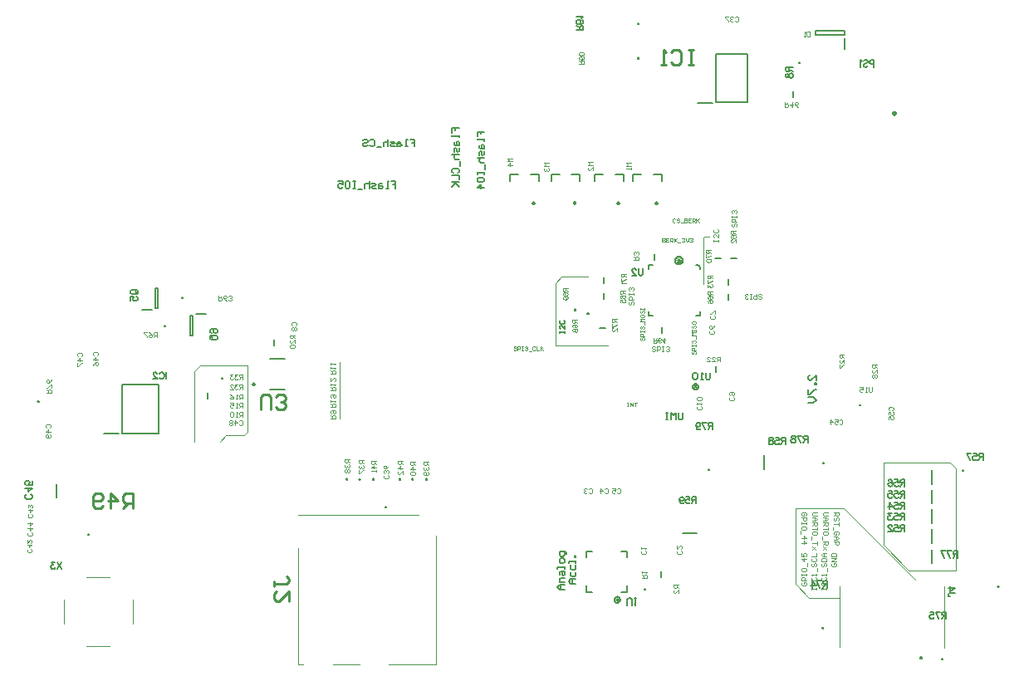
<source format=gbo>
%FSTAX43Y43*%
%MOMM*%
%SFA1B1*%

%IPPOS*%
%ADD10C,0.200000*%
%ADD11C,0.253999*%
%ADD12C,0.150000*%
%ADD13C,0.250000*%
%ADD14C,0.100000*%
%ADD15C,0.127000*%
%ADD201C,0.152000*%
%ADD202C,0.140000*%
%LNshm_pcb-1*%
%LPD*%
G54D10*
X0008724Y0014074D02*
D01*
X0008724Y0014078*
X0008724Y0014081*
X0008723Y0014085*
X0008723Y0014088*
X0008721Y0014092*
X000872Y0014095*
X0008719Y0014098*
X0008717Y0014101*
X0008715Y0014104*
X0008713Y0014107*
X000871Y0014109*
X0008708Y0014112*
X0008705Y0014114*
X0008702Y0014116*
X0008699Y0014118*
X0008696Y0014119*
X0008693Y0014121*
X000869Y0014122*
X0008687Y0014123*
X0008683Y0014124*
X000868Y0014124*
X0008676Y0014124*
X0008673*
X0008669Y0014124*
X0008666Y0014124*
X0008662Y0014123*
X0008659Y0014122*
X0008656Y0014121*
X0008653Y0014119*
X0008649Y0014118*
X0008647Y0014116*
X0008644Y0014114*
X0008641Y0014112*
X0008639Y0014109*
X0008636Y0014107*
X0008634Y0014104*
X0008632Y0014101*
X000863Y0014098*
X0008629Y0014095*
X0008627Y0014092*
X0008626Y0014088*
X0008626Y0014085*
X0008625Y0014081*
X0008625Y0014078*
X0008624Y0014074*
X0008625Y0014071*
X0008625Y0014068*
X0008626Y0014064*
X0008626Y0014061*
X0008627Y0014057*
X0008629Y0014054*
X000863Y0014051*
X0008632Y0014048*
X0008634Y0014045*
X0008636Y0014042*
X0008639Y001404*
X0008641Y0014037*
X0008644Y0014035*
X0008647Y0014033*
X0008649Y0014031*
X0008653Y001403*
X0008656Y0014028*
X0008659Y0014027*
X0008662Y0014026*
X0008666Y0014025*
X0008669Y0014025*
X0008673Y0014025*
X0008676*
X000868Y0014025*
X0008683Y0014025*
X0008687Y0014026*
X000869Y0014027*
X0008693Y0014028*
X0008696Y001403*
X0008699Y0014031*
X0008702Y0014033*
X0008705Y0014035*
X0008708Y0014037*
X000871Y001404*
X0008713Y0014042*
X0008715Y0014045*
X0008717Y0014048*
X0008719Y0014051*
X000872Y0014054*
X0008721Y0014057*
X0008723Y0014061*
X0008723Y0014064*
X0008724Y0014068*
X0008724Y0014071*
X0008724Y0014074*
X0095774Y0001349D02*
D01*
X0095774Y0001353*
X0095774Y0001356*
X0095773Y000136*
X0095773Y0001363*
X0095771Y0001367*
X009577Y000137*
X0095769Y0001373*
X0095767Y0001376*
X0095765Y0001379*
X0095763Y0001382*
X009576Y0001384*
X0095758Y0001387*
X0095755Y0001389*
X0095752Y0001391*
X0095749Y0001393*
X0095746Y0001394*
X0095743Y0001396*
X009574Y0001397*
X0095737Y0001398*
X0095733Y0001399*
X009573Y0001399*
X0095726Y0001399*
X0095723*
X0095719Y0001399*
X0095716Y0001399*
X0095712Y0001398*
X0095709Y0001397*
X0095706Y0001396*
X0095703Y0001394*
X0095699Y0001393*
X0095697Y0001391*
X0095694Y0001389*
X0095691Y0001387*
X0095689Y0001384*
X0095686Y0001382*
X0095684Y0001379*
X0095682Y0001376*
X009568Y0001373*
X0095679Y000137*
X0095677Y0001367*
X0095676Y0001363*
X0095676Y000136*
X0095675Y0001356*
X0095675Y0001353*
X0095674Y0001349*
X0095675Y0001346*
X0095675Y0001343*
X0095676Y0001339*
X0095676Y0001336*
X0095677Y0001332*
X0095679Y0001329*
X009568Y0001326*
X0095682Y0001323*
X0095684Y000132*
X0095686Y0001317*
X0095689Y0001315*
X0095691Y0001312*
X0095694Y000131*
X0095697Y0001308*
X0095699Y0001306*
X0095703Y0001305*
X0095706Y0001303*
X0095709Y0001302*
X0095712Y0001301*
X0095716Y00013*
X0095719Y00013*
X0095723Y00013*
X0095726*
X009573Y00013*
X0095733Y00013*
X0095737Y0001301*
X009574Y0001302*
X0095743Y0001303*
X0095746Y0001305*
X0095749Y0001306*
X0095752Y0001308*
X0095755Y000131*
X0095758Y0001312*
X009576Y0001315*
X0095763Y0001317*
X0095765Y000132*
X0095767Y0001323*
X0095769Y0001326*
X009577Y0001329*
X0095771Y0001332*
X0095773Y0001336*
X0095773Y0001339*
X0095774Y0001343*
X0095774Y0001346*
X0095774Y0001349*
X0083624Y0004524D02*
D01*
X0083624Y0004528*
X0083624Y0004531*
X0083623Y0004535*
X0083623Y0004538*
X0083621Y0004542*
X008362Y0004545*
X0083619Y0004548*
X0083617Y0004551*
X0083615Y0004554*
X0083613Y0004557*
X008361Y0004559*
X0083608Y0004562*
X0083605Y0004564*
X0083602Y0004566*
X0083599Y0004568*
X0083596Y0004569*
X0083593Y0004571*
X008359Y0004572*
X0083587Y0004573*
X0083583Y0004574*
X008358Y0004574*
X0083576Y0004574*
X0083573*
X0083569Y0004574*
X0083566Y0004574*
X0083562Y0004573*
X0083559Y0004572*
X0083556Y0004571*
X0083553Y0004569*
X0083549Y0004568*
X0083547Y0004566*
X0083544Y0004564*
X0083541Y0004562*
X0083539Y0004559*
X0083536Y0004557*
X0083534Y0004554*
X0083532Y0004551*
X008353Y0004548*
X0083529Y0004545*
X0083528Y0004542*
X0083526Y0004538*
X0083526Y0004535*
X0083525Y0004531*
X0083525Y0004528*
X0083524Y0004524*
X0083525Y0004521*
X0083525Y0004518*
X0083526Y0004514*
X0083526Y0004511*
X0083528Y0004507*
X0083529Y0004504*
X008353Y0004501*
X0083532Y0004498*
X0083534Y0004495*
X0083536Y0004492*
X0083539Y000449*
X0083541Y0004487*
X0083544Y0004485*
X0083547Y0004483*
X0083549Y0004481*
X0083553Y000448*
X0083556Y0004478*
X0083559Y0004477*
X0083562Y0004476*
X0083566Y0004475*
X0083569Y0004475*
X0083573Y0004475*
X0083576*
X008358Y0004475*
X0083583Y0004475*
X0083587Y0004476*
X008359Y0004477*
X0083593Y0004478*
X0083596Y000448*
X0083599Y0004481*
X0083602Y0004483*
X0083605Y0004485*
X0083608Y0004487*
X008361Y000449*
X0083613Y0004492*
X0083615Y0004495*
X0083617Y0004498*
X0083619Y0004501*
X008362Y0004504*
X0083621Y0004507*
X0083623Y0004511*
X0083623Y0004514*
X0083624Y0004518*
X0083624Y0004521*
X0083624Y0004524*
X0083674Y0021324D02*
D01*
X0083674Y0021328*
X0083674Y0021331*
X0083673Y0021335*
X0083673Y0021338*
X0083671Y0021342*
X008367Y0021345*
X0083669Y0021348*
X0083667Y0021351*
X0083665Y0021354*
X0083663Y0021357*
X008366Y0021359*
X0083658Y0021362*
X0083655Y0021364*
X0083652Y0021366*
X0083649Y0021368*
X0083646Y0021369*
X0083643Y0021371*
X008364Y0021372*
X0083637Y0021373*
X0083633Y0021374*
X008363Y0021374*
X0083626Y0021374*
X0083623*
X0083619Y0021374*
X0083616Y0021374*
X0083612Y0021373*
X0083609Y0021372*
X0083606Y0021371*
X0083603Y0021369*
X0083599Y0021368*
X0083597Y0021366*
X0083594Y0021364*
X0083591Y0021362*
X0083589Y0021359*
X0083586Y0021357*
X0083584Y0021354*
X0083582Y0021351*
X008358Y0021348*
X0083579Y0021345*
X0083578Y0021342*
X0083576Y0021338*
X0083576Y0021335*
X0083575Y0021331*
X0083575Y0021328*
X0083574Y0021324*
X0083575Y0021321*
X0083575Y0021318*
X0083576Y0021314*
X0083576Y0021311*
X0083578Y0021307*
X0083579Y0021304*
X008358Y0021301*
X0083582Y0021298*
X0083584Y0021295*
X0083586Y0021292*
X0083589Y002129*
X0083591Y0021287*
X0083594Y0021285*
X0083597Y0021283*
X0083599Y0021281*
X0083603Y002128*
X0083606Y0021278*
X0083609Y0021277*
X0083612Y0021276*
X0083616Y0021275*
X0083619Y0021275*
X0083623Y0021275*
X0083626*
X008363Y0021275*
X0083633Y0021275*
X0083637Y0021276*
X008364Y0021277*
X0083643Y0021278*
X0083646Y002128*
X0083649Y0021281*
X0083652Y0021283*
X0083655Y0021285*
X0083658Y0021287*
X008366Y002129*
X0083663Y0021292*
X0083665Y0021295*
X0083667Y0021298*
X0083669Y0021301*
X008367Y0021304*
X0083671Y0021307*
X0083673Y0021311*
X0083673Y0021314*
X0083674Y0021318*
X0083674Y0021321*
X0083674Y0021324*
X0071974Y0020649D02*
D01*
X0071974Y0020653*
X0071974Y0020656*
X0071973Y002066*
X0071973Y0020663*
X0071971Y0020667*
X007197Y002067*
X0071969Y0020673*
X0071967Y0020676*
X0071965Y0020679*
X0071963Y0020682*
X007196Y0020684*
X0071958Y0020687*
X0071955Y0020689*
X0071952Y0020691*
X0071949Y0020693*
X0071946Y0020694*
X0071943Y0020696*
X007194Y0020697*
X0071937Y0020698*
X0071933Y0020699*
X007193Y0020699*
X0071926Y0020699*
X0071923*
X0071919Y0020699*
X0071916Y0020699*
X0071912Y0020698*
X0071909Y0020697*
X0071906Y0020696*
X0071903Y0020694*
X0071899Y0020693*
X0071897Y0020691*
X0071894Y0020689*
X0071891Y0020687*
X0071889Y0020684*
X0071886Y0020682*
X0071884Y0020679*
X0071882Y0020676*
X007188Y0020673*
X0071879Y002067*
X0071878Y0020667*
X0071876Y0020663*
X0071876Y002066*
X0071875Y0020656*
X0071875Y0020653*
X0071874Y0020649*
X0071875Y0020646*
X0071875Y0020643*
X0071876Y0020639*
X0071876Y0020636*
X0071878Y0020632*
X0071879Y0020629*
X007188Y0020626*
X0071882Y0020623*
X0071884Y002062*
X0071886Y0020617*
X0071889Y0020615*
X0071891Y0020612*
X0071894Y002061*
X0071897Y0020608*
X0071899Y0020606*
X0071903Y0020605*
X0071906Y0020603*
X0071909Y0020602*
X0071912Y0020601*
X0071916Y00206*
X0071919Y00206*
X0071923Y00206*
X0071926*
X007193Y00206*
X0071933Y00206*
X0071937Y0020601*
X007194Y0020602*
X0071943Y0020603*
X0071946Y0020605*
X0071949Y0020606*
X0071952Y0020608*
X0071955Y002061*
X0071958Y0020612*
X007196Y0020615*
X0071963Y0020617*
X0071965Y002062*
X0071967Y0020623*
X0071969Y0020626*
X007197Y0020629*
X0071971Y0020632*
X0071973Y0020636*
X0071973Y0020639*
X0071974Y0020643*
X0071974Y0020646*
X0071974Y0020649*
X0101499Y0008749D02*
D01*
X0101499Y0008753*
X0101499Y0008756*
X0101498Y000876*
X0101498Y0008763*
X0101496Y0008767*
X0101495Y000877*
X0101494Y0008773*
X0101492Y0008776*
X010149Y0008779*
X0101488Y0008782*
X0101485Y0008784*
X0101483Y0008787*
X010148Y0008789*
X0101477Y0008791*
X0101474Y0008793*
X0101471Y0008794*
X0101468Y0008796*
X0101465Y0008797*
X0101462Y0008798*
X0101458Y0008799*
X0101455Y0008799*
X0101451Y0008799*
X0101448*
X0101444Y0008799*
X0101441Y0008799*
X0101437Y0008798*
X0101434Y0008797*
X0101431Y0008796*
X0101428Y0008794*
X0101424Y0008793*
X0101422Y0008791*
X0101419Y0008789*
X0101416Y0008787*
X0101414Y0008784*
X0101411Y0008782*
X0101409Y0008779*
X0101407Y0008776*
X0101405Y0008773*
X0101404Y000877*
X0101402Y0008767*
X0101401Y0008763*
X0101401Y000876*
X01014Y0008756*
X01014Y0008753*
X0101399Y0008749*
X01014Y0008746*
X01014Y0008743*
X0101401Y0008739*
X0101401Y0008736*
X0101402Y0008732*
X0101404Y0008729*
X0101405Y0008726*
X0101407Y0008723*
X0101409Y000872*
X0101411Y0008717*
X0101414Y0008715*
X0101416Y0008712*
X0101419Y000871*
X0101422Y0008708*
X0101424Y0008706*
X0101428Y0008705*
X0101431Y0008703*
X0101434Y0008702*
X0101437Y0008701*
X0101441Y00087*
X0101444Y00087*
X0101448Y00087*
X0101451*
X0101455Y00087*
X0101458Y00087*
X0101462Y0008701*
X0101465Y0008702*
X0101468Y0008703*
X0101471Y0008705*
X0101474Y0008706*
X0101477Y0008708*
X010148Y000871*
X0101483Y0008712*
X0101485Y0008715*
X0101488Y0008717*
X010149Y000872*
X0101492Y0008723*
X0101494Y0008726*
X0101495Y0008729*
X0101496Y0008732*
X0101498Y0008736*
X0101498Y0008739*
X0101499Y0008743*
X0101499Y0008746*
X0101499Y0008749*
X0064799Y0066099D02*
D01*
X0064799Y0066103*
X0064799Y0066106*
X0064798Y006611*
X0064798Y0066113*
X0064796Y0066117*
X0064795Y006612*
X0064794Y0066123*
X0064792Y0066126*
X006479Y0066129*
X0064788Y0066132*
X0064785Y0066134*
X0064783Y0066137*
X006478Y0066139*
X0064777Y0066141*
X0064774Y0066143*
X0064771Y0066144*
X0064768Y0066146*
X0064765Y0066147*
X0064762Y0066148*
X0064758Y0066149*
X0064755Y0066149*
X0064751Y0066149*
X0064748*
X0064744Y0066149*
X0064741Y0066149*
X0064737Y0066148*
X0064734Y0066147*
X0064731Y0066146*
X0064728Y0066144*
X0064724Y0066143*
X0064722Y0066141*
X0064719Y0066139*
X0064716Y0066137*
X0064714Y0066134*
X0064711Y0066132*
X0064709Y0066129*
X0064707Y0066126*
X0064705Y0066123*
X0064704Y006612*
X0064702Y0066117*
X0064701Y0066113*
X0064701Y006611*
X00647Y0066106*
X00647Y0066103*
X0064699Y0066099*
X00647Y0066096*
X00647Y0066093*
X0064701Y0066089*
X0064701Y0066086*
X0064702Y0066082*
X0064704Y0066079*
X0064705Y0066076*
X0064707Y0066073*
X0064709Y006607*
X0064711Y0066067*
X0064714Y0066065*
X0064716Y0066062*
X0064719Y006606*
X0064722Y0066058*
X0064724Y0066056*
X0064728Y0066055*
X0064731Y0066053*
X0064734Y0066052*
X0064737Y0066051*
X0064741Y006605*
X0064744Y006605*
X0064748Y006605*
X0064751*
X0064755Y006605*
X0064758Y006605*
X0064762Y0066051*
X0064765Y0066052*
X0064768Y0066053*
X0064771Y0066055*
X0064774Y0066056*
X0064777Y0066058*
X006478Y006606*
X0064783Y0066062*
X0064785Y0066065*
X0064788Y0066067*
X006479Y006607*
X0064792Y0066073*
X0064794Y0066076*
X0064795Y0066079*
X0064796Y0066082*
X0064798Y0066086*
X0064798Y0066089*
X0064799Y0066093*
X0064799Y0066096*
X0064799Y0066099*
Y0062599D02*
D01*
X0064799Y0062603*
X0064799Y0062606*
X0064798Y006261*
X0064798Y0062613*
X0064796Y0062617*
X0064795Y006262*
X0064794Y0062623*
X0064792Y0062626*
X006479Y0062629*
X0064788Y0062632*
X0064785Y0062634*
X0064783Y0062637*
X006478Y0062639*
X0064777Y0062641*
X0064774Y0062643*
X0064771Y0062644*
X0064768Y0062646*
X0064765Y0062647*
X0064762Y0062648*
X0064758Y0062649*
X0064755Y0062649*
X0064751Y0062649*
X0064748*
X0064744Y0062649*
X0064741Y0062649*
X0064737Y0062648*
X0064734Y0062647*
X0064731Y0062646*
X0064728Y0062644*
X0064724Y0062643*
X0064722Y0062641*
X0064719Y0062639*
X0064716Y0062637*
X0064714Y0062634*
X0064711Y0062632*
X0064709Y0062629*
X0064707Y0062626*
X0064705Y0062623*
X0064704Y006262*
X0064702Y0062617*
X0064701Y0062613*
X0064701Y006261*
X00647Y0062606*
X00647Y0062603*
X0064699Y0062599*
X00647Y0062596*
X00647Y0062593*
X0064701Y0062589*
X0064701Y0062586*
X0064702Y0062582*
X0064704Y0062579*
X0064705Y0062576*
X0064707Y0062573*
X0064709Y006257*
X0064711Y0062567*
X0064714Y0062565*
X0064716Y0062562*
X0064719Y006256*
X0064722Y0062558*
X0064724Y0062556*
X0064728Y0062555*
X0064731Y0062553*
X0064734Y0062552*
X0064737Y0062551*
X0064741Y006255*
X0064744Y006255*
X0064748Y006255*
X0064751*
X0064755Y006255*
X0064758Y006255*
X0064762Y0062551*
X0064765Y0062552*
X0064768Y0062553*
X0064771Y0062555*
X0064774Y0062556*
X0064777Y0062558*
X006478Y006256*
X0064783Y0062562*
X0064785Y0062565*
X0064788Y0062567*
X006479Y006257*
X0064792Y0062573*
X0064794Y0062576*
X0064795Y0062579*
X0064796Y0062582*
X0064798Y0062586*
X0064798Y0062589*
X0064799Y0062593*
X0064799Y0062596*
X0064799Y0062599*
X0058374Y0036949D02*
D01*
X0058374Y0036953*
X0058374Y0036956*
X0058373Y003696*
X0058373Y0036963*
X0058371Y0036967*
X005837Y003697*
X0058369Y0036973*
X0058367Y0036976*
X0058365Y0036979*
X0058363Y0036982*
X005836Y0036984*
X0058358Y0036987*
X0058355Y0036989*
X0058352Y0036991*
X0058349Y0036993*
X0058346Y0036994*
X0058343Y0036996*
X005834Y0036997*
X0058337Y0036998*
X0058333Y0036999*
X005833Y0036999*
X0058326Y0036999*
X0058323*
X0058319Y0036999*
X0058316Y0036999*
X0058312Y0036998*
X0058309Y0036997*
X0058306Y0036996*
X0058303Y0036994*
X0058299Y0036993*
X0058297Y0036991*
X0058294Y0036989*
X0058291Y0036987*
X0058289Y0036984*
X0058286Y0036982*
X0058284Y0036979*
X0058282Y0036976*
X005828Y0036973*
X0058279Y003697*
X0058278Y0036967*
X0058276Y0036963*
X0058276Y003696*
X0058275Y0036956*
X0058275Y0036953*
X0058274Y0036949*
X0058275Y0036946*
X0058275Y0036943*
X0058276Y0036939*
X0058276Y0036936*
X0058278Y0036932*
X0058279Y0036929*
X005828Y0036926*
X0058282Y0036923*
X0058284Y003692*
X0058286Y0036917*
X0058289Y0036915*
X0058291Y0036912*
X0058294Y003691*
X0058297Y0036908*
X0058299Y0036906*
X0058303Y0036905*
X0058306Y0036903*
X0058309Y0036902*
X0058312Y0036901*
X0058316Y00369*
X0058319Y00369*
X0058323Y00369*
X0058326*
X005833Y00369*
X0058333Y00369*
X0058337Y0036901*
X005834Y0036902*
X0058343Y0036903*
X0058346Y0036905*
X0058349Y0036906*
X0058352Y0036908*
X0058355Y003691*
X0058358Y0036912*
X005836Y0036915*
X0058363Y0036917*
X0058365Y003692*
X0058367Y0036923*
X0058369Y0036926*
X005837Y0036929*
X0058371Y0036932*
X0058373Y0036936*
X0058373Y0036939*
X0058374Y0036943*
X0058374Y0036946*
X0058374Y0036949*
X0059674Y0036549D02*
D01*
X0059674Y0036553*
X0059674Y0036556*
X0059673Y003656*
X0059673Y0036563*
X0059671Y0036567*
X005967Y003657*
X0059669Y0036573*
X0059667Y0036576*
X0059665Y0036579*
X0059663Y0036582*
X005966Y0036584*
X0059658Y0036587*
X0059655Y0036589*
X0059652Y0036591*
X0059649Y0036593*
X0059646Y0036594*
X0059643Y0036596*
X005964Y0036597*
X0059637Y0036598*
X0059633Y0036599*
X005963Y0036599*
X0059626Y0036599*
X0059623*
X0059619Y0036599*
X0059616Y0036599*
X0059612Y0036598*
X0059609Y0036597*
X0059606Y0036596*
X0059603Y0036594*
X0059599Y0036593*
X0059597Y0036591*
X0059594Y0036589*
X0059591Y0036587*
X0059589Y0036584*
X0059586Y0036582*
X0059584Y0036579*
X0059582Y0036576*
X005958Y0036573*
X0059579Y003657*
X0059578Y0036567*
X0059576Y0036563*
X0059576Y003656*
X0059575Y0036556*
X0059575Y0036553*
X0059574Y0036549*
X0059575Y0036546*
X0059575Y0036543*
X0059576Y0036539*
X0059576Y0036536*
X0059578Y0036532*
X0059579Y0036529*
X005958Y0036526*
X0059582Y0036523*
X0059584Y003652*
X0059586Y0036517*
X0059589Y0036515*
X0059591Y0036512*
X0059594Y003651*
X0059597Y0036508*
X0059599Y0036506*
X0059603Y0036505*
X0059606Y0036503*
X0059609Y0036502*
X0059612Y0036501*
X0059616Y00365*
X0059619Y00365*
X0059623Y00365*
X0059626*
X005963Y00365*
X0059633Y00365*
X0059637Y0036501*
X005964Y0036502*
X0059643Y0036503*
X0059646Y0036505*
X0059649Y0036506*
X0059652Y0036508*
X0059655Y003651*
X0059658Y0036512*
X005966Y0036515*
X0059663Y0036517*
X0059665Y003652*
X0059667Y0036523*
X0059669Y0036526*
X005967Y0036529*
X0059671Y0036532*
X0059673Y0036536*
X0059673Y0036539*
X0059674Y0036543*
X0059674Y0036546*
X0059674Y0036549*
X0093599Y0001599D02*
D01*
X0093593Y0001599*
X0093586Y0001599*
X0093579Y0001597*
X0093572Y0001596*
X0093565Y0001593*
X0093559Y0001591*
X0093553Y0001588*
X0093547Y0001584*
X0093541Y000158*
X0093535Y0001576*
X009353Y0001571*
X0093525Y0001566*
X0093521Y0001561*
X0093517Y0001555*
X0093513Y0001549*
X009351Y0001543*
X0093507Y0001537*
X0093504Y000153*
X0093502Y0001524*
X0093501Y0001517*
X00935Y000151*
X00935Y0001503*
Y0001496*
X00935Y0001489*
X0093501Y0001482*
X0093502Y0001475*
X0093504Y0001469*
X0093507Y0001462*
X009351Y0001456*
X0093513Y0001449*
X0093517Y0001444*
X0093521Y0001438*
X0093525Y0001433*
X009353Y0001428*
X0093535Y0001423*
X0093541Y0001419*
X0093547Y0001415*
X0093553Y0001411*
X0093559Y0001408*
X0093565Y0001406*
X0093572Y0001403*
X0093579Y0001402*
X0093586Y00014*
X0093593Y00014*
X0093599Y0001399*
D01*
X0093606Y00014*
X0093613Y00014*
X009362Y0001402*
X0093627Y0001403*
X0093634Y0001406*
X009364Y0001408*
X0093646Y0001411*
X0093652Y0001415*
X0093658Y0001419*
X0093664Y0001423*
X0093669Y0001428*
X0093674Y0001433*
X0093678Y0001438*
X0093682Y0001444*
X0093686Y0001449*
X0093689Y0001456*
X0093692Y0001462*
X0093695Y0001469*
X0093697Y0001475*
X0093698Y0001482*
X0093699Y0001489*
X0093699Y0001496*
Y0001503*
X0093699Y000151*
X0093698Y0001517*
X0093697Y0001524*
X0093695Y000153*
X0093692Y0001537*
X0093689Y0001543*
X0093686Y0001549*
X0093682Y0001555*
X0093678Y0001561*
X0093674Y0001566*
X0093669Y0001571*
X0093664Y0001576*
X0093658Y000158*
X0093652Y0001584*
X0093646Y0001588*
X009364Y0001591*
X0093634Y0001593*
X0093627Y0001596*
X009362Y0001597*
X0093613Y0001599*
X0093606Y0001599*
X0093599Y0001599*
X0097874Y0020599D02*
D01*
X0097874Y0020603*
X0097874Y0020606*
X0097873Y002061*
X0097873Y0020613*
X0097871Y0020617*
X009787Y002062*
X0097869Y0020623*
X0097867Y0020626*
X0097865Y0020629*
X0097863Y0020632*
X009786Y0020634*
X0097858Y0020637*
X0097855Y0020639*
X0097852Y0020641*
X0097849Y0020643*
X0097846Y0020644*
X0097843Y0020646*
X009784Y0020647*
X0097837Y0020648*
X0097833Y0020649*
X009783Y0020649*
X0097826Y0020649*
X0097823*
X0097819Y0020649*
X0097816Y0020649*
X0097812Y0020648*
X0097809Y0020647*
X0097806Y0020646*
X0097803Y0020644*
X0097799Y0020643*
X0097797Y0020641*
X0097794Y0020639*
X0097791Y0020637*
X0097789Y0020634*
X0097786Y0020632*
X0097784Y0020629*
X0097782Y0020626*
X009778Y0020623*
X0097779Y002062*
X0097778Y0020617*
X0097776Y0020613*
X0097776Y002061*
X0097775Y0020606*
X0097775Y0020603*
X0097774Y0020599*
X0097775Y0020596*
X0097775Y0020593*
X0097776Y0020589*
X0097776Y0020586*
X0097778Y0020582*
X0097779Y0020579*
X009778Y0020576*
X0097782Y0020573*
X0097784Y002057*
X0097786Y0020567*
X0097789Y0020565*
X0097791Y0020562*
X0097794Y002056*
X0097797Y0020558*
X0097799Y0020556*
X0097803Y0020555*
X0097806Y0020553*
X0097809Y0020552*
X0097812Y0020551*
X0097816Y002055*
X0097819Y002055*
X0097823Y002055*
X0097826*
X009783Y002055*
X0097833Y002055*
X0097837Y0020551*
X009784Y0020552*
X0097843Y0020553*
X0097846Y0020555*
X0097849Y0020556*
X0097852Y0020558*
X0097855Y002056*
X0097858Y0020562*
X009786Y0020565*
X0097863Y0020567*
X0097865Y002057*
X0097867Y0020573*
X0097869Y0020576*
X009787Y0020579*
X0097871Y0020582*
X0097873Y0020586*
X0097873Y0020589*
X0097874Y0020593*
X0097874Y0020596*
X0097874Y0020599*
X0025649Y0029374D02*
D01*
X0025649Y0029381*
X0025649Y0029388*
X0025647Y0029395*
X0025646Y0029402*
X0025643Y0029409*
X0025641Y0029415*
X0025638Y0029421*
X0025634Y0029427*
X002563Y0029433*
X0025626Y0029439*
X0025621Y0029444*
X0025616Y0029449*
X0025611Y0029453*
X0025605Y0029457*
X0025599Y0029461*
X0025593Y0029464*
X0025587Y0029467*
X002558Y002947*
X0025574Y0029472*
X0025567Y0029473*
X002556Y0029474*
X0025553Y0029474*
X0025546*
X0025539Y0029474*
X0025532Y0029473*
X0025525Y0029472*
X0025519Y002947*
X0025512Y0029467*
X0025506Y0029464*
X0025499Y0029461*
X0025494Y0029457*
X0025488Y0029453*
X0025483Y0029449*
X0025478Y0029444*
X0025473Y0029439*
X0025469Y0029433*
X0025465Y0029427*
X0025461Y0029421*
X0025458Y0029415*
X0025456Y0029409*
X0025453Y0029402*
X0025452Y0029395*
X002545Y0029388*
X002545Y0029381*
X0025449Y0029374*
X002545Y0029368*
X002545Y0029361*
X0025452Y0029354*
X0025453Y0029347*
X0025456Y002934*
X0025458Y0029334*
X0025461Y0029328*
X0025465Y0029321*
X0025469Y0029316*
X0025473Y002931*
X0025478Y0029305*
X0025483Y00293*
X0025488Y0029296*
X0025494Y0029292*
X0025499Y0029288*
X0025506Y0029285*
X0025512Y0029282*
X0025519Y0029279*
X0025525Y0029277*
X0025532Y0029276*
X0025539Y0029275*
X0025546Y0029275*
X0025553*
X002556Y0029275*
X0025567Y0029276*
X0025574Y0029277*
X002558Y0029279*
X0025587Y0029282*
X0025593Y0029285*
X0025599Y0029288*
X0025605Y0029292*
X0025611Y0029296*
X0025616Y00293*
X0025621Y0029305*
X0025626Y002931*
X002563Y0029316*
X0025634Y0029321*
X0025638Y0029328*
X0025641Y0029334*
X0025643Y002934*
X0025646Y0029347*
X0025647Y0029354*
X0025649Y0029361*
X0025649Y0029368*
X0025649Y0029374*
X0081249Y0062111D02*
D01*
X0081249Y0062115*
X0081249Y0062118*
X0081248Y0062122*
X0081248Y0062125*
X0081246Y0062129*
X0081245Y0062132*
X0081244Y0062135*
X0081242Y0062138*
X008124Y0062141*
X0081238Y0062144*
X0081235Y0062146*
X0081233Y0062149*
X008123Y0062151*
X0081227Y0062153*
X0081224Y0062155*
X0081221Y0062156*
X0081218Y0062158*
X0081215Y0062159*
X0081212Y006216*
X0081208Y0062161*
X0081205Y0062161*
X0081201Y0062161*
X0081198*
X0081194Y0062161*
X0081191Y0062161*
X0081187Y006216*
X0081184Y0062159*
X0081181Y0062158*
X0081178Y0062156*
X0081174Y0062155*
X0081172Y0062153*
X0081169Y0062151*
X0081166Y0062149*
X0081164Y0062146*
X0081161Y0062144*
X0081159Y0062141*
X0081157Y0062138*
X0081155Y0062135*
X0081154Y0062132*
X0081153Y0062129*
X0081151Y0062125*
X0081151Y0062122*
X008115Y0062118*
X008115Y0062115*
X0081149Y0062111*
X008115Y0062108*
X008115Y0062105*
X0081151Y0062101*
X0081151Y0062098*
X0081153Y0062094*
X0081154Y0062091*
X0081155Y0062088*
X0081157Y0062085*
X0081159Y0062082*
X0081161Y0062079*
X0081164Y0062077*
X0081166Y0062074*
X0081169Y0062072*
X0081172Y006207*
X0081174Y0062068*
X0081178Y0062067*
X0081181Y0062065*
X0081184Y0062064*
X0081187Y0062063*
X0081191Y0062062*
X0081194Y0062062*
X0081198Y0062062*
X0081201*
X0081205Y0062062*
X0081208Y0062062*
X0081212Y0062063*
X0081215Y0062064*
X0081218Y0062065*
X0081221Y0062067*
X0081224Y0062068*
X0081227Y006207*
X008123Y0062072*
X0081233Y0062074*
X0081235Y0062077*
X0081238Y0062079*
X008124Y0062082*
X0081242Y0062085*
X0081244Y0062088*
X0081245Y0062091*
X0081246Y0062094*
X0081248Y0062098*
X0081248Y0062101*
X0081249Y0062105*
X0081249Y0062108*
X0081249Y0062111*
X005418Y0047834D02*
D01*
X005418Y0047841*
X005418Y0047848*
X0054178Y0047855*
X0054177Y0047862*
X0054174Y0047869*
X0054172Y0047875*
X0054169Y0047881*
X0054165Y0047887*
X0054161Y0047893*
X0054157Y0047899*
X0054152Y0047904*
X0054147Y0047909*
X0054142Y0047913*
X0054136Y0047917*
X005413Y0047921*
X0054124Y0047924*
X0054118Y0047927*
X0054111Y004793*
X0054105Y0047932*
X0054098Y0047933*
X0054091Y0047934*
X0054084Y0047934*
X0054077*
X005407Y0047934*
X0054063Y0047933*
X0054056Y0047932*
X005405Y004793*
X0054043Y0047927*
X0054037Y0047924*
X005403Y0047921*
X0054025Y0047917*
X0054019Y0047913*
X0054014Y0047909*
X0054009Y0047904*
X0054004Y0047899*
X0054Y0047893*
X0053996Y0047887*
X0053992Y0047881*
X0053989Y0047875*
X0053987Y0047869*
X0053984Y0047862*
X0053983Y0047855*
X0053981Y0047848*
X0053981Y0047841*
X005398Y0047834*
X0053981Y0047828*
X0053981Y0047821*
X0053983Y0047814*
X0053984Y0047807*
X0053987Y00478*
X0053989Y0047794*
X0053992Y0047788*
X0053996Y0047781*
X0054Y0047776*
X0054004Y004777*
X0054009Y0047765*
X0054014Y004776*
X0054019Y0047756*
X0054025Y0047752*
X005403Y0047748*
X0054037Y0047745*
X0054043Y0047742*
X005405Y0047739*
X0054056Y0047737*
X0054063Y0047736*
X005407Y0047735*
X0054077Y0047735*
X0054084*
X0054091Y0047735*
X0054098Y0047736*
X0054105Y0047737*
X0054111Y0047739*
X0054118Y0047742*
X0054124Y0047745*
X005413Y0047748*
X0054136Y0047752*
X0054142Y0047756*
X0054147Y004776*
X0054152Y0047765*
X0054157Y004777*
X0054161Y0047776*
X0054165Y0047781*
X0054169Y0047788*
X0054172Y0047794*
X0054174Y00478*
X0054177Y0047807*
X0054178Y0047814*
X005418Y0047821*
X005418Y0047828*
X005418Y0047834*
X0022404Y002996D02*
D01*
X0022404Y0029964*
X0022404Y0029967*
X0022403Y0029971*
X0022403Y0029974*
X0022401Y0029978*
X00224Y0029981*
X0022399Y0029984*
X0022397Y0029987*
X0022395Y002999*
X0022393Y0029993*
X002239Y0029995*
X0022388Y0029998*
X0022385Y003*
X0022382Y0030002*
X0022379Y0030004*
X0022376Y0030005*
X0022373Y0030007*
X002237Y0030008*
X0022367Y0030009*
X0022363Y003001*
X002236Y003001*
X0022356Y003001*
X0022353*
X0022349Y003001*
X0022346Y003001*
X0022342Y0030009*
X0022339Y0030008*
X0022336Y0030007*
X0022333Y0030005*
X0022329Y0030004*
X0022327Y0030002*
X0022324Y003*
X0022321Y0029998*
X0022319Y0029995*
X0022316Y0029993*
X0022314Y002999*
X0022312Y0029987*
X002231Y0029984*
X0022309Y0029981*
X0022308Y0029978*
X0022306Y0029974*
X0022306Y0029971*
X0022305Y0029967*
X0022305Y0029964*
X0022304Y002996*
X0022305Y0029957*
X0022305Y0029954*
X0022306Y002995*
X0022306Y0029947*
X0022308Y0029943*
X0022309Y002994*
X002231Y0029937*
X0022312Y0029934*
X0022314Y0029931*
X0022316Y0029928*
X0022319Y0029926*
X0022321Y0029923*
X0022324Y0029921*
X0022327Y0029919*
X0022329Y0029917*
X0022333Y0029916*
X0022336Y0029914*
X0022339Y0029913*
X0022342Y0029912*
X0022346Y0029911*
X0022349Y0029911*
X0022353Y0029911*
X0022356*
X002236Y0029911*
X0022363Y0029911*
X0022367Y0029912*
X002237Y0029913*
X0022373Y0029914*
X0022376Y0029916*
X0022379Y0029917*
X0022382Y0029919*
X0022385Y0029921*
X0022388Y0029923*
X002239Y0029926*
X0022393Y0029928*
X0022395Y0029931*
X0022397Y0029934*
X0022399Y0029937*
X00224Y002994*
X0022401Y0029943*
X0022403Y0029947*
X0022403Y002995*
X0022404Y0029954*
X0022404Y0029957*
X0022404Y002996*
X0039038Y0016908D02*
D01*
X0039035Y0016908*
X0039032Y0016908*
X0039028Y0016907*
X0039025Y0016907*
X0039021Y0016905*
X0039018Y0016904*
X0039015Y0016903*
X0039012Y0016901*
X0039009Y0016899*
X0039006Y0016897*
X0039004Y0016894*
X0039001Y0016892*
X0038999Y0016889*
X0038997Y0016886*
X0038995Y0016883*
X0038994Y001688*
X0038992Y0016877*
X0038991Y0016874*
X003899Y0016871*
X0038989Y0016867*
X0038989Y0016864*
X0038989Y001686*
Y0016857*
X0038989Y0016853*
X0038989Y001685*
X003899Y0016846*
X0038991Y0016843*
X0038992Y001684*
X0038994Y0016837*
X0038995Y0016833*
X0038997Y0016831*
X0038999Y0016828*
X0039001Y0016825*
X0039004Y0016823*
X0039006Y001682*
X0039009Y0016818*
X0039012Y0016816*
X0039015Y0016814*
X0039018Y0016813*
X0039021Y0016812*
X0039025Y001681*
X0039028Y001681*
X0039032Y0016809*
X0039035Y0016809*
X0039038Y0016808*
D01*
X0039042Y0016809*
X0039045Y0016809*
X0039049Y001681*
X0039052Y001681*
X0039056Y0016812*
X0039059Y0016813*
X0039062Y0016814*
X0039065Y0016816*
X0039068Y0016818*
X0039071Y001682*
X0039073Y0016823*
X0039076Y0016825*
X0039078Y0016828*
X003908Y0016831*
X0039082Y0016833*
X0039083Y0016837*
X0039085Y001684*
X0039086Y0016843*
X0039087Y0016846*
X0039088Y001685*
X0039088Y0016853*
X0039088Y0016857*
Y001686*
X0039088Y0016864*
X0039088Y0016867*
X0039087Y0016871*
X0039086Y0016874*
X0039085Y0016877*
X0039083Y001688*
X0039082Y0016883*
X003908Y0016886*
X0039078Y0016889*
X0039076Y0016892*
X0039073Y0016894*
X0039071Y0016897*
X0039068Y0016899*
X0039065Y0016901*
X0039062Y0016903*
X0039059Y0016904*
X0039056Y0016905*
X0039052Y0016907*
X0039049Y0016907*
X0039045Y0016908*
X0039042Y0016908*
X0039038Y0016908*
D01*
X0039035Y0016908*
X0039032Y0016908*
X0039028Y0016907*
X0039025Y0016907*
X0039021Y0016905*
X0039018Y0016904*
X0039015Y0016903*
X0039012Y0016901*
X0039009Y0016899*
X0039006Y0016897*
X0039004Y0016894*
X0039001Y0016892*
X0038999Y0016889*
X0038997Y0016886*
X0038995Y0016883*
X0038994Y001688*
X0038992Y0016877*
X0038991Y0016874*
X003899Y0016871*
X0038989Y0016867*
X0038989Y0016864*
X0038989Y001686*
Y0016857*
X0038989Y0016853*
X0038989Y001685*
X003899Y0016846*
X0038991Y0016843*
X0038992Y001684*
X0038994Y0016837*
X0038995Y0016833*
X0038997Y0016831*
X0038999Y0016828*
X0039001Y0016825*
X0039004Y0016823*
X0039006Y001682*
X0039009Y0016818*
X0039012Y0016816*
X0039015Y0016814*
X0039018Y0016813*
X0039021Y0016812*
X0039025Y001681*
X0039028Y001681*
X0039032Y0016809*
X0039035Y0016809*
X0039038Y0016808*
X0018324Y0038174D02*
D01*
X0018324Y0038178*
X0018324Y0038181*
X0018323Y0038185*
X0018323Y0038188*
X0018321Y0038192*
X001832Y0038195*
X0018319Y0038198*
X0018317Y0038201*
X0018315Y0038204*
X0018313Y0038207*
X001831Y0038209*
X0018308Y0038212*
X0018305Y0038214*
X0018302Y0038216*
X0018299Y0038218*
X0018296Y0038219*
X0018293Y0038221*
X001829Y0038222*
X0018287Y0038223*
X0018283Y0038224*
X001828Y0038224*
X0018276Y0038224*
X0018273*
X0018269Y0038224*
X0018266Y0038224*
X0018262Y0038223*
X0018259Y0038222*
X0018256Y0038221*
X0018253Y0038219*
X0018249Y0038218*
X0018247Y0038216*
X0018244Y0038214*
X0018241Y0038212*
X0018239Y0038209*
X0018236Y0038207*
X0018234Y0038204*
X0018232Y0038201*
X001823Y0038198*
X0018229Y0038195*
X0018228Y0038192*
X0018226Y0038188*
X0018226Y0038185*
X0018225Y0038181*
X0018225Y0038178*
X0018224Y0038174*
X0018225Y0038171*
X0018225Y0038168*
X0018226Y0038164*
X0018226Y0038161*
X0018228Y0038157*
X0018229Y0038154*
X001823Y0038151*
X0018232Y0038148*
X0018234Y0038145*
X0018236Y0038142*
X0018239Y003814*
X0018241Y0038137*
X0018244Y0038135*
X0018247Y0038133*
X0018249Y0038131*
X0018253Y003813*
X0018256Y0038128*
X0018259Y0038127*
X0018262Y0038126*
X0018266Y0038125*
X0018269Y0038125*
X0018273Y0038125*
X0018276*
X001828Y0038125*
X0018283Y0038125*
X0018287Y0038126*
X001829Y0038127*
X0018293Y0038128*
X0018296Y003813*
X0018299Y0038131*
X0018302Y0038133*
X0018305Y0038135*
X0018308Y0038137*
X001831Y003814*
X0018313Y0038142*
X0018315Y0038145*
X0018317Y0038148*
X0018319Y0038151*
X001832Y0038154*
X0018321Y0038157*
X0018323Y0038161*
X0018323Y0038164*
X0018324Y0038168*
X0018324Y0038171*
X0018324Y0038174*
X0003633Y002761D02*
D01*
X0003633Y0027614*
X0003633Y0027617*
X0003632Y0027621*
X0003632Y0027624*
X000363Y0027628*
X0003629Y0027631*
X0003628Y0027634*
X0003626Y0027637*
X0003624Y002764*
X0003622Y0027643*
X0003619Y0027645*
X0003617Y0027648*
X0003614Y002765*
X0003611Y0027652*
X0003608Y0027654*
X0003605Y0027655*
X0003602Y0027657*
X0003599Y0027658*
X0003596Y0027659*
X0003592Y002766*
X0003589Y002766*
X0003585Y002766*
X0003582*
X0003578Y002766*
X0003575Y002766*
X0003571Y0027659*
X0003568Y0027658*
X0003565Y0027657*
X0003562Y0027655*
X0003558Y0027654*
X0003556Y0027652*
X0003553Y002765*
X000355Y0027648*
X0003548Y0027645*
X0003545Y0027643*
X0003543Y002764*
X0003541Y0027637*
X0003539Y0027634*
X0003538Y0027631*
X0003537Y0027628*
X0003535Y0027624*
X0003535Y0027621*
X0003534Y0027617*
X0003534Y0027614*
X0003533Y002761*
X0003534Y0027607*
X0003534Y0027604*
X0003535Y00276*
X0003535Y0027597*
X0003537Y0027593*
X0003538Y002759*
X0003539Y0027587*
X0003541Y0027584*
X0003543Y0027581*
X0003545Y0027578*
X0003548Y0027576*
X000355Y0027573*
X0003553Y0027571*
X0003556Y0027569*
X0003558Y0027567*
X0003562Y0027566*
X0003565Y0027564*
X0003568Y0027563*
X0003571Y0027562*
X0003575Y0027561*
X0003578Y0027561*
X0003582Y0027561*
X0003585*
X0003589Y0027561*
X0003592Y0027561*
X0003596Y0027562*
X0003599Y0027563*
X0003602Y0027564*
X0003605Y0027566*
X0003608Y0027567*
X0003611Y0027569*
X0003614Y0027571*
X0003617Y0027573*
X0003619Y0027576*
X0003622Y0027578*
X0003624Y0027581*
X0003626Y0027584*
X0003628Y0027587*
X0003629Y002759*
X000363Y0027593*
X0003632Y0027597*
X0003632Y00276*
X0003633Y0027604*
X0003633Y0027607*
X0003633Y002761*
X0016549Y0035299D02*
D01*
X0016549Y0035303*
X0016549Y0035306*
X0016548Y003531*
X0016548Y0035313*
X0016546Y0035317*
X0016545Y003532*
X0016544Y0035323*
X0016542Y0035326*
X001654Y0035329*
X0016538Y0035332*
X0016535Y0035334*
X0016533Y0035337*
X001653Y0035339*
X0016527Y0035341*
X0016524Y0035343*
X0016521Y0035344*
X0016518Y0035346*
X0016515Y0035347*
X0016512Y0035348*
X0016508Y0035349*
X0016505Y0035349*
X0016501Y0035349*
X0016498*
X0016494Y0035349*
X0016491Y0035349*
X0016487Y0035348*
X0016484Y0035347*
X0016481Y0035346*
X0016478Y0035344*
X0016474Y0035343*
X0016472Y0035341*
X0016469Y0035339*
X0016466Y0035337*
X0016464Y0035334*
X0016461Y0035332*
X0016459Y0035329*
X0016457Y0035326*
X0016455Y0035323*
X0016454Y003532*
X0016453Y0035317*
X0016451Y0035313*
X0016451Y003531*
X001645Y0035306*
X001645Y0035303*
X0016449Y0035299*
X001645Y0035296*
X001645Y0035293*
X0016451Y0035289*
X0016451Y0035286*
X0016453Y0035282*
X0016454Y0035279*
X0016455Y0035276*
X0016457Y0035273*
X0016459Y003527*
X0016461Y0035267*
X0016464Y0035265*
X0016466Y0035262*
X0016469Y003526*
X0016472Y0035258*
X0016474Y0035256*
X0016478Y0035255*
X0016481Y0035253*
X0016484Y0035252*
X0016487Y0035251*
X0016491Y003525*
X0016494Y003525*
X0016498Y003525*
X0016501*
X0016505Y003525*
X0016508Y003525*
X0016512Y0035251*
X0016515Y0035252*
X0016518Y0035253*
X0016521Y0035255*
X0016524Y0035256*
X0016527Y0035258*
X001653Y003526*
X0016533Y0035262*
X0016535Y0035265*
X0016538Y0035267*
X001654Y003527*
X0016542Y0035273*
X0016544Y0035276*
X0016545Y0035279*
X0016546Y0035282*
X0016548Y0035286*
X0016548Y0035289*
X0016549Y0035293*
X0016549Y0035296*
X0016549Y0035299*
X0065499Y0008449D02*
D01*
X0065499Y0008453*
X0065499Y0008456*
X0065498Y000846*
X0065498Y0008463*
X0065496Y0008467*
X0065495Y000847*
X0065494Y0008473*
X0065492Y0008476*
X006549Y0008479*
X0065488Y0008482*
X0065485Y0008484*
X0065483Y0008487*
X006548Y0008489*
X0065477Y0008491*
X0065474Y0008493*
X0065471Y0008494*
X0065468Y0008496*
X0065465Y0008497*
X0065462Y0008498*
X0065458Y0008499*
X0065455Y0008499*
X0065451Y0008499*
X0065448*
X0065444Y0008499*
X0065441Y0008499*
X0065437Y0008498*
X0065434Y0008497*
X0065431Y0008496*
X0065428Y0008494*
X0065424Y0008493*
X0065422Y0008491*
X0065419Y0008489*
X0065416Y0008487*
X0065414Y0008484*
X0065411Y0008482*
X0065409Y0008479*
X0065407Y0008476*
X0065405Y0008473*
X0065404Y000847*
X0065402Y0008467*
X0065401Y0008463*
X0065401Y000846*
X00654Y0008456*
X00654Y0008453*
X0065399Y0008449*
X00654Y0008446*
X00654Y0008443*
X0065401Y0008439*
X0065401Y0008436*
X0065402Y0008432*
X0065404Y0008429*
X0065405Y0008426*
X0065407Y0008423*
X0065409Y000842*
X0065411Y0008417*
X0065414Y0008415*
X0065416Y0008412*
X0065419Y000841*
X0065422Y0008408*
X0065424Y0008406*
X0065428Y0008405*
X0065431Y0008403*
X0065434Y0008402*
X0065437Y0008401*
X0065441Y00084*
X0065444Y00084*
X0065448Y00084*
X0065451*
X0065455Y00084*
X0065458Y00084*
X0065462Y0008401*
X0065465Y0008402*
X0065468Y0008403*
X0065471Y0008405*
X0065474Y0008406*
X0065477Y0008408*
X006548Y000841*
X0065483Y0008412*
X0065485Y0008415*
X0065488Y0008417*
X006549Y000842*
X0065492Y0008423*
X0065494Y0008426*
X0065495Y0008429*
X0065496Y0008432*
X0065498Y0008436*
X0065498Y0008439*
X0065499Y0008443*
X0065499Y0008446*
X0065499Y0008449*
X0041798Y0019683D02*
D01*
X0041798Y0019687*
X0041798Y001969*
X0041797Y0019694*
X0041797Y0019697*
X0041795Y0019701*
X0041794Y0019704*
X0041793Y0019707*
X0041791Y001971*
X0041789Y0019713*
X0041787Y0019716*
X0041784Y0019718*
X0041782Y0019721*
X0041779Y0019723*
X0041776Y0019725*
X0041773Y0019727*
X004177Y0019728*
X0041767Y001973*
X0041764Y0019731*
X0041761Y0019732*
X0041757Y0019733*
X0041754Y0019733*
X004175Y0019733*
X0041747*
X0041743Y0019733*
X004174Y0019733*
X0041736Y0019732*
X0041733Y0019731*
X004173Y001973*
X0041727Y0019728*
X0041723Y0019727*
X0041721Y0019725*
X0041718Y0019723*
X0041715Y0019721*
X0041713Y0019718*
X004171Y0019716*
X0041708Y0019713*
X0041706Y001971*
X0041704Y0019707*
X0041703Y0019704*
X0041701Y0019701*
X00417Y0019697*
X00417Y0019694*
X0041699Y001969*
X0041699Y0019687*
X0041698Y0019683*
X0041699Y001968*
X0041699Y0019677*
X00417Y0019673*
X00417Y001967*
X0041701Y0019666*
X0041703Y0019663*
X0041704Y001966*
X0041706Y0019657*
X0041708Y0019654*
X004171Y0019651*
X0041713Y0019649*
X0041715Y0019646*
X0041718Y0019644*
X0041721Y0019642*
X0041723Y001964*
X0041727Y0019639*
X004173Y0019637*
X0041733Y0019636*
X0041736Y0019635*
X004174Y0019634*
X0041743Y0019634*
X0041747Y0019634*
X004175*
X0041754Y0019634*
X0041757Y0019634*
X0041761Y0019635*
X0041764Y0019636*
X0041767Y0019637*
X004177Y0019639*
X0041773Y001964*
X0041776Y0019642*
X0041779Y0019644*
X0041782Y0019646*
X0041784Y0019649*
X0041787Y0019651*
X0041789Y0019654*
X0041791Y0019657*
X0041793Y001966*
X0041794Y0019663*
X0041795Y0019666*
X0041797Y001967*
X0041797Y0019673*
X0041798Y0019677*
X0041798Y001968*
X0041798Y0019683*
X0043198D02*
D01*
X0043198Y0019687*
X0043198Y001969*
X0043197Y0019694*
X0043197Y0019697*
X0043195Y0019701*
X0043194Y0019704*
X0043193Y0019707*
X0043191Y001971*
X0043189Y0019713*
X0043187Y0019716*
X0043184Y0019718*
X0043182Y0019721*
X0043179Y0019723*
X0043176Y0019725*
X0043173Y0019727*
X004317Y0019728*
X0043167Y001973*
X0043164Y0019731*
X0043161Y0019732*
X0043157Y0019733*
X0043154Y0019733*
X004315Y0019733*
X0043147*
X0043143Y0019733*
X004314Y0019733*
X0043136Y0019732*
X0043133Y0019731*
X004313Y001973*
X0043127Y0019728*
X0043123Y0019727*
X0043121Y0019725*
X0043118Y0019723*
X0043115Y0019721*
X0043113Y0019718*
X004311Y0019716*
X0043108Y0019713*
X0043106Y001971*
X0043104Y0019707*
X0043103Y0019704*
X0043101Y0019701*
X00431Y0019697*
X00431Y0019694*
X0043099Y001969*
X0043099Y0019687*
X0043098Y0019683*
X0043099Y001968*
X0043099Y0019677*
X00431Y0019673*
X00431Y001967*
X0043101Y0019666*
X0043103Y0019663*
X0043104Y001966*
X0043106Y0019657*
X0043108Y0019654*
X004311Y0019651*
X0043113Y0019649*
X0043115Y0019646*
X0043118Y0019644*
X0043121Y0019642*
X0043123Y001964*
X0043127Y0019639*
X004313Y0019637*
X0043133Y0019636*
X0043136Y0019635*
X004314Y0019634*
X0043143Y0019634*
X0043147Y0019634*
X004315*
X0043154Y0019634*
X0043157Y0019634*
X0043161Y0019635*
X0043164Y0019636*
X0043167Y0019637*
X004317Y0019639*
X0043173Y001964*
X0043176Y0019642*
X0043179Y0019644*
X0043182Y0019646*
X0043184Y0019649*
X0043187Y0019651*
X0043189Y0019654*
X0043191Y0019657*
X0043193Y001966*
X0043194Y0019663*
X0043195Y0019666*
X0043197Y001967*
X0043197Y0019673*
X0043198Y0019677*
X0043198Y001968*
X0043198Y0019683*
X0035098D02*
D01*
X0035098Y0019687*
X0035098Y001969*
X0035097Y0019694*
X0035097Y0019697*
X0035095Y0019701*
X0035094Y0019704*
X0035093Y0019707*
X0035091Y001971*
X0035089Y0019713*
X0035087Y0019716*
X0035084Y0019718*
X0035082Y0019721*
X0035079Y0019723*
X0035076Y0019725*
X0035073Y0019727*
X003507Y0019728*
X0035067Y001973*
X0035064Y0019731*
X0035061Y0019732*
X0035057Y0019733*
X0035054Y0019733*
X003505Y0019733*
X0035047*
X0035043Y0019733*
X003504Y0019733*
X0035036Y0019732*
X0035033Y0019731*
X003503Y001973*
X0035027Y0019728*
X0035023Y0019727*
X0035021Y0019725*
X0035018Y0019723*
X0035015Y0019721*
X0035013Y0019718*
X003501Y0019716*
X0035008Y0019713*
X0035006Y001971*
X0035004Y0019707*
X0035003Y0019704*
X0035002Y0019701*
X0035Y0019697*
X0035Y0019694*
X0034999Y001969*
X0034999Y0019687*
X0034998Y0019683*
X0034999Y001968*
X0034999Y0019677*
X0035Y0019673*
X0035Y001967*
X0035002Y0019666*
X0035003Y0019663*
X0035004Y001966*
X0035006Y0019657*
X0035008Y0019654*
X003501Y0019651*
X0035013Y0019649*
X0035015Y0019646*
X0035018Y0019644*
X0035021Y0019642*
X0035023Y001964*
X0035027Y0019639*
X003503Y0019637*
X0035033Y0019636*
X0035036Y0019635*
X003504Y0019634*
X0035043Y0019634*
X0035047Y0019634*
X003505*
X0035054Y0019634*
X0035057Y0019634*
X0035061Y0019635*
X0035064Y0019636*
X0035067Y0019637*
X003507Y0019639*
X0035073Y001964*
X0035076Y0019642*
X0035079Y0019644*
X0035082Y0019646*
X0035084Y0019649*
X0035087Y0019651*
X0035089Y0019654*
X0035091Y0019657*
X0035093Y001966*
X0035094Y0019663*
X0035095Y0019666*
X0035097Y001967*
X0035097Y0019673*
X0035098Y0019677*
X0035098Y001968*
X0035098Y0019683*
X0040498D02*
D01*
X0040498Y0019687*
X0040498Y001969*
X0040497Y0019694*
X0040497Y0019697*
X0040495Y0019701*
X0040494Y0019704*
X0040493Y0019707*
X0040491Y001971*
X0040489Y0019713*
X0040487Y0019716*
X0040484Y0019718*
X0040482Y0019721*
X0040479Y0019723*
X0040476Y0019725*
X0040473Y0019727*
X004047Y0019728*
X0040467Y001973*
X0040464Y0019731*
X0040461Y0019732*
X0040457Y0019733*
X0040454Y0019733*
X004045Y0019733*
X0040447*
X0040443Y0019733*
X004044Y0019733*
X0040436Y0019732*
X0040433Y0019731*
X004043Y001973*
X0040427Y0019728*
X0040423Y0019727*
X0040421Y0019725*
X0040418Y0019723*
X0040415Y0019721*
X0040413Y0019718*
X004041Y0019716*
X0040408Y0019713*
X0040406Y001971*
X0040404Y0019707*
X0040403Y0019704*
X0040402Y0019701*
X00404Y0019697*
X00404Y0019694*
X0040399Y001969*
X0040399Y0019687*
X0040398Y0019683*
X0040399Y001968*
X0040399Y0019677*
X00404Y0019673*
X00404Y001967*
X0040402Y0019666*
X0040403Y0019663*
X0040404Y001966*
X0040406Y0019657*
X0040408Y0019654*
X004041Y0019651*
X0040413Y0019649*
X0040415Y0019646*
X0040418Y0019644*
X0040421Y0019642*
X0040423Y001964*
X0040427Y0019639*
X004043Y0019637*
X0040433Y0019636*
X0040436Y0019635*
X004044Y0019634*
X0040443Y0019634*
X0040447Y0019634*
X004045*
X0040454Y0019634*
X0040457Y0019634*
X0040461Y0019635*
X0040464Y0019636*
X0040467Y0019637*
X004047Y0019639*
X0040473Y001964*
X0040476Y0019642*
X0040479Y0019644*
X0040482Y0019646*
X0040484Y0019649*
X0040487Y0019651*
X0040489Y0019654*
X0040491Y0019657*
X0040493Y001966*
X0040494Y0019663*
X0040495Y0019666*
X0040497Y001967*
X0040497Y0019673*
X0040498Y0019677*
X0040498Y001968*
X0040498Y0019683*
X0070606Y0029204D02*
D01*
X0070606Y0029206*
X0070606Y0029208*
X0070606Y002921*
X0070605Y0029212*
X0070605Y0029214*
X0070604Y0029215*
X0070603Y0029217*
X0070602Y0029219*
X0070601Y002922*
X00706Y0029222*
X0070599Y0029223*
X0070598Y0029225*
X0070596Y0029226*
X0070595Y0029227*
X0070593Y0029228*
X0070591Y0029229*
X007059Y002923*
X0070588Y002923*
X0070586Y0029231*
X0070584Y0029231*
X0070582Y0029231*
X007058Y0029231*
X0070579*
X0070577Y0029231*
X0070575Y0029231*
X0070573Y0029231*
X0070571Y002923*
X0070569Y002923*
X0070568Y0029229*
X0070566Y0029228*
X0070564Y0029227*
X0070563Y0029226*
X0070561Y0029225*
X007056Y0029223*
X0070559Y0029222*
X0070558Y002922*
X0070557Y0029219*
X0070556Y0029217*
X0070555Y0029215*
X0070554Y0029214*
X0070554Y0029212*
X0070553Y002921*
X0070553Y0029208*
X0070553Y0029206*
X0070552Y0029204*
X0070553Y0029203*
X0070553Y0029201*
X0070553Y0029199*
X0070554Y0029197*
X0070554Y0029195*
X0070555Y0029193*
X0070556Y0029192*
X0070557Y002919*
X0070558Y0029189*
X0070559Y0029187*
X007056Y0029186*
X0070561Y0029184*
X0070563Y0029183*
X0070564Y0029182*
X0070566Y0029181*
X0070568Y002918*
X0070569Y0029179*
X0070571Y0029179*
X0070573Y0029178*
X0070575Y0029178*
X0070577Y0029178*
X0070579Y0029177*
X007058*
X0070582Y0029178*
X0070584Y0029178*
X0070586Y0029178*
X0070588Y0029179*
X007059Y0029179*
X0070591Y002918*
X0070593Y0029181*
X0070595Y0029182*
X0070596Y0029183*
X0070598Y0029184*
X0070599Y0029186*
X00706Y0029187*
X0070601Y0029189*
X0070602Y002919*
X0070603Y0029192*
X0070604Y0029193*
X0070605Y0029195*
X0070605Y0029197*
X0070606Y0029199*
X0070606Y0029201*
X0070606Y0029203*
X0070606Y0029204*
X0058375Y0047834D02*
D01*
X0058375Y0047841*
X0058375Y0047848*
X0058373Y0047855*
X0058372Y0047862*
X0058369Y0047869*
X0058367Y0047875*
X0058364Y0047881*
X005836Y0047887*
X0058356Y0047893*
X0058352Y0047899*
X0058347Y0047904*
X0058342Y0047909*
X0058337Y0047913*
X0058331Y0047917*
X0058325Y0047921*
X0058319Y0047924*
X0058313Y0047927*
X0058306Y004793*
X00583Y0047932*
X0058293Y0047933*
X0058286Y0047934*
X0058279Y0047934*
X0058272*
X0058265Y0047934*
X0058258Y0047933*
X0058251Y0047932*
X0058245Y004793*
X0058238Y0047927*
X0058232Y0047924*
X0058225Y0047921*
X005822Y0047917*
X0058214Y0047913*
X0058209Y0047909*
X0058204Y0047904*
X0058199Y0047899*
X0058195Y0047893*
X0058191Y0047887*
X0058187Y0047881*
X0058184Y0047875*
X0058182Y0047869*
X0058179Y0047862*
X0058178Y0047855*
X0058176Y0047848*
X0058176Y0047841*
X0058175Y0047834*
X0058176Y0047828*
X0058176Y0047821*
X0058178Y0047814*
X0058179Y0047807*
X0058182Y00478*
X0058184Y0047794*
X0058187Y0047788*
X0058191Y0047781*
X0058195Y0047776*
X0058199Y004777*
X0058204Y0047765*
X0058209Y004776*
X0058214Y0047756*
X005822Y0047752*
X0058225Y0047748*
X0058232Y0047745*
X0058238Y0047742*
X0058245Y0047739*
X0058251Y0047737*
X0058258Y0047736*
X0058265Y0047735*
X0058272Y0047735*
X0058279*
X0058286Y0047735*
X0058293Y0047736*
X00583Y0047737*
X0058306Y0047739*
X0058313Y0047742*
X0058319Y0047745*
X0058325Y0047748*
X0058331Y0047752*
X0058337Y0047756*
X0058342Y004776*
X0058347Y0047765*
X0058352Y004777*
X0058356Y0047776*
X005836Y0047781*
X0058364Y0047788*
X0058367Y0047794*
X0058369Y00478*
X0058372Y0047807*
X0058373Y0047814*
X0058375Y0047821*
X0058375Y0047828*
X0058375Y0047834*
X006283D02*
D01*
X006283Y0047841*
X006283Y0047848*
X0062828Y0047855*
X0062827Y0047862*
X0062824Y0047869*
X0062822Y0047875*
X0062819Y0047881*
X0062815Y0047887*
X0062811Y0047893*
X0062807Y0047899*
X0062802Y0047904*
X0062797Y0047909*
X0062792Y0047913*
X0062786Y0047917*
X006278Y0047921*
X0062774Y0047924*
X0062768Y0047927*
X0062761Y004793*
X0062755Y0047932*
X0062748Y0047933*
X0062741Y0047934*
X0062734Y0047934*
X0062727*
X006272Y0047934*
X0062713Y0047933*
X0062706Y0047932*
X00627Y004793*
X0062693Y0047927*
X0062687Y0047924*
X006268Y0047921*
X0062675Y0047917*
X0062669Y0047913*
X0062664Y0047909*
X0062659Y0047904*
X0062654Y0047899*
X006265Y0047893*
X0062646Y0047887*
X0062642Y0047881*
X0062639Y0047875*
X0062637Y0047869*
X0062634Y0047862*
X0062633Y0047855*
X0062631Y0047848*
X0062631Y0047841*
X006263Y0047834*
X0062631Y0047828*
X0062631Y0047821*
X0062633Y0047814*
X0062634Y0047807*
X0062637Y00478*
X0062639Y0047794*
X0062642Y0047788*
X0062646Y0047781*
X006265Y0047776*
X0062654Y004777*
X0062659Y0047765*
X0062664Y004776*
X0062669Y0047756*
X0062675Y0047752*
X006268Y0047748*
X0062687Y0047745*
X0062693Y0047742*
X00627Y0047739*
X0062706Y0047737*
X0062713Y0047736*
X006272Y0047735*
X0062727Y0047735*
X0062734*
X0062741Y0047735*
X0062748Y0047736*
X0062755Y0047737*
X0062761Y0047739*
X0062768Y0047742*
X0062774Y0047745*
X006278Y0047748*
X0062786Y0047752*
X0062792Y0047756*
X0062797Y004776*
X0062802Y0047765*
X0062807Y004777*
X0062811Y0047776*
X0062815Y0047781*
X0062819Y0047788*
X0062822Y0047794*
X0062824Y00478*
X0062827Y0047807*
X0062828Y0047814*
X006283Y0047821*
X006283Y0047828*
X006283Y0047834*
X0066711D02*
D01*
X0066711Y0047841*
X0066711Y0047848*
X0066709Y0047855*
X0066708Y0047862*
X0066705Y0047869*
X0066703Y0047875*
X00667Y0047881*
X0066696Y0047887*
X0066692Y0047893*
X0066688Y0047899*
X0066683Y0047904*
X0066678Y0047909*
X0066673Y0047913*
X0066667Y0047917*
X0066661Y0047921*
X0066655Y0047924*
X0066649Y0047927*
X0066642Y004793*
X0066636Y0047932*
X0066629Y0047933*
X0066622Y0047934*
X0066615Y0047934*
X0066608*
X0066601Y0047934*
X0066594Y0047933*
X0066587Y0047932*
X0066581Y004793*
X0066574Y0047927*
X0066568Y0047924*
X0066561Y0047921*
X0066556Y0047917*
X006655Y0047913*
X0066545Y0047909*
X006654Y0047904*
X0066535Y0047899*
X0066531Y0047893*
X0066527Y0047887*
X0066523Y0047881*
X006652Y0047875*
X0066518Y0047869*
X0066515Y0047862*
X0066514Y0047855*
X0066512Y0047848*
X0066512Y0047841*
X0066511Y0047834*
X0066512Y0047828*
X0066512Y0047821*
X0066514Y0047814*
X0066515Y0047807*
X0066518Y00478*
X006652Y0047794*
X0066523Y0047788*
X0066527Y0047781*
X0066531Y0047776*
X0066535Y004777*
X006654Y0047765*
X0066545Y004776*
X006655Y0047756*
X0066556Y0047752*
X0066561Y0047748*
X0066568Y0047745*
X0066574Y0047742*
X0066581Y0047739*
X0066587Y0047737*
X0066594Y0047736*
X0066601Y0047735*
X0066608Y0047735*
X0066615*
X0066622Y0047735*
X0066629Y0047736*
X0066636Y0047737*
X0066642Y0047739*
X0066649Y0047742*
X0066655Y0047745*
X0066661Y0047748*
X0066667Y0047752*
X0066673Y0047756*
X0066678Y004776*
X0066683Y0047765*
X0066688Y004777*
X0066692Y0047776*
X0066696Y0047781*
X00667Y0047788*
X0066703Y0047794*
X0066705Y00478*
X0066708Y0047807*
X0066709Y0047814*
X0066711Y0047821*
X0066711Y0047828*
X0066711Y0047834*
X0037798Y0019683D02*
D01*
X0037798Y0019687*
X0037798Y001969*
X0037797Y0019694*
X0037797Y0019697*
X0037795Y0019701*
X0037794Y0019704*
X0037793Y0019707*
X0037791Y001971*
X0037789Y0019713*
X0037787Y0019716*
X0037784Y0019718*
X0037782Y0019721*
X0037779Y0019723*
X0037776Y0019725*
X0037773Y0019727*
X003777Y0019728*
X0037767Y001973*
X0037764Y0019731*
X0037761Y0019732*
X0037757Y0019733*
X0037754Y0019733*
X003775Y0019733*
X0037747*
X0037743Y0019733*
X003774Y0019733*
X0037736Y0019732*
X0037733Y0019731*
X003773Y001973*
X0037727Y0019728*
X0037723Y0019727*
X0037721Y0019725*
X0037718Y0019723*
X0037715Y0019721*
X0037713Y0019718*
X003771Y0019716*
X0037708Y0019713*
X0037706Y001971*
X0037704Y0019707*
X0037703Y0019704*
X0037702Y0019701*
X00377Y0019697*
X00377Y0019694*
X0037699Y001969*
X0037699Y0019687*
X0037698Y0019683*
X0037699Y001968*
X0037699Y0019677*
X00377Y0019673*
X00377Y001967*
X0037702Y0019666*
X0037703Y0019663*
X0037704Y001966*
X0037706Y0019657*
X0037708Y0019654*
X003771Y0019651*
X0037713Y0019649*
X0037715Y0019646*
X0037718Y0019644*
X0037721Y0019642*
X0037723Y001964*
X0037727Y0019639*
X003773Y0019637*
X0037733Y0019636*
X0037736Y0019635*
X003774Y0019634*
X0037743Y0019634*
X0037747Y0019634*
X003775*
X0037754Y0019634*
X0037757Y0019634*
X0037761Y0019635*
X0037764Y0019636*
X0037767Y0019637*
X003777Y0019639*
X0037773Y001964*
X0037776Y0019642*
X0037779Y0019644*
X0037782Y0019646*
X0037784Y0019649*
X0037787Y0019651*
X0037789Y0019654*
X0037791Y0019657*
X0037793Y001966*
X0037794Y0019663*
X0037795Y0019666*
X0037797Y001967*
X0037797Y0019673*
X0037798Y0019677*
X0037798Y001968*
X0037798Y0019683*
X0036398D02*
D01*
X0036398Y0019687*
X0036398Y001969*
X0036397Y0019694*
X0036397Y0019697*
X0036395Y0019701*
X0036394Y0019704*
X0036393Y0019707*
X0036391Y001971*
X0036389Y0019713*
X0036387Y0019716*
X0036384Y0019718*
X0036382Y0019721*
X0036379Y0019723*
X0036376Y0019725*
X0036373Y0019727*
X003637Y0019728*
X0036367Y001973*
X0036364Y0019731*
X0036361Y0019732*
X0036357Y0019733*
X0036354Y0019733*
X003635Y0019733*
X0036347*
X0036343Y0019733*
X003634Y0019733*
X0036336Y0019732*
X0036333Y0019731*
X003633Y001973*
X0036327Y0019728*
X0036323Y0019727*
X0036321Y0019725*
X0036318Y0019723*
X0036315Y0019721*
X0036313Y0019718*
X003631Y0019716*
X0036308Y0019713*
X0036306Y001971*
X0036304Y0019707*
X0036303Y0019704*
X0036302Y0019701*
X00363Y0019697*
X00363Y0019694*
X0036299Y001969*
X0036299Y0019687*
X0036298Y0019683*
X0036299Y001968*
X0036299Y0019677*
X00363Y0019673*
X00363Y001967*
X0036302Y0019666*
X0036303Y0019663*
X0036304Y001966*
X0036306Y0019657*
X0036308Y0019654*
X003631Y0019651*
X0036313Y0019649*
X0036315Y0019646*
X0036318Y0019644*
X0036321Y0019642*
X0036323Y001964*
X0036327Y0019639*
X003633Y0019637*
X0036333Y0019636*
X0036336Y0019635*
X003634Y0019634*
X0036343Y0019634*
X0036347Y0019634*
X003635*
X0036354Y0019634*
X0036357Y0019634*
X0036361Y0019635*
X0036364Y0019636*
X0036367Y0019637*
X003637Y0019639*
X0036373Y001964*
X0036376Y0019642*
X0036379Y0019644*
X0036382Y0019646*
X0036384Y0019649*
X0036387Y0019651*
X0036389Y0019654*
X0036391Y0019657*
X0036393Y001966*
X0036394Y0019663*
X0036395Y0019666*
X0036397Y001967*
X0036397Y0019673*
X0036398Y0019677*
X0036398Y001968*
X0036398Y0019683*
X0077599Y0020699D02*
Y0022099D01*
X0072549Y0042224D02*
X0073149D01*
X0074149D02*
X0074749D01*
X0073899Y0039499D02*
Y0040099D01*
X0073949Y0037999D02*
Y0038599D01*
X0061199Y0039624D02*
Y0040224D01*
Y0038074D02*
Y0038674D01*
X0060824Y0035099D02*
X0061424D01*
X0067199Y0034599D02*
Y0035199D01*
X0069298Y001421D02*
X0070698D01*
X0071024Y0041124D02*
Y0041337D01*
X0070599Y0041549D02*
X0070811D01*
X0071024Y0041337*
X0065824Y0041124D02*
Y0041549D01*
X0066249*
X0071024Y0036349D02*
Y0036774D01*
X0070599Y0036349D02*
X0071024D01*
X0065824D02*
Y0036774D01*
Y0036349D02*
X0066249D01*
X0094699Y0011099D02*
Y0012499D01*
Y0013199D02*
Y0014599D01*
Y0015199D02*
Y0016599D01*
Y0017199D02*
Y0018599D01*
Y0019199D02*
Y0020599D01*
X0070824Y0058019D02*
X0072351D01*
X0072701Y0058147D02*
Y0063051D01*
X0075897*
Y0058147D02*
Y0063051D01*
X0072701Y0058147D02*
X0075897D01*
X0085799Y0063574D02*
Y0064624D01*
X0082849Y0064974D02*
X0085749D01*
X0082849D02*
Y0065424D01*
X0085749*
Y0064974D02*
Y0065424D01*
X0020872Y0027857D02*
Y0028457D01*
X0010306Y0024346D02*
X0011781D01*
X0012131Y0024371D02*
Y0029371D01*
X0015831*
Y0024371D02*
Y0029371D01*
X0012131Y0024371D02*
X0015831D01*
X0027624Y0033324D02*
Y0033924D01*
X0067099Y0009649D02*
Y0010249D01*
X0066395Y0042038D02*
Y0042638D01*
X007268Y0030601D02*
Y0031201D01*
X0080499Y0058599D02*
Y0059199D01*
X0019099Y0036349D02*
X0019299D01*
X0019099Y0034349D02*
Y0036349D01*
Y0034349D02*
X0019299D01*
Y0036349*
X0019649Y0036524D02*
X0020649D01*
X0015549Y0037149D02*
X0015749D01*
Y0039149*
X0015549D02*
X0015749D01*
X0015549Y0037149D02*
Y0039149D01*
X0014199Y0036974D02*
X0015199D01*
X0005444Y0017774D02*
Y0019174D01*
G54D11*
X0026254Y0026762D02*
Y0028032D01*
X0026508Y0028286*
X0027016*
X002727Y0028032*
Y0026762*
X0027778Y0027016D02*
X0028032Y0026762D01*
X002854*
X0028794Y0027016*
Y002727*
X002854Y0027524*
X0028286*
X002854*
X0028794Y0027778*
Y0028032*
X002854Y0028286*
X0028032*
X0027778Y0028032*
X0013223Y0016679D02*
Y0018203D01*
X0012461*
X0012207Y0017949*
Y0017441*
X0012461Y0017187*
X0013223*
X0012715D02*
X0012207Y0016679D01*
X0010938D02*
Y0018203D01*
X0011699Y0017441*
X0010684*
X0010176Y0016933D02*
X0009922Y0016679D01*
X0009414*
X000916Y0016933*
Y0017949*
X0009414Y0018203*
X0009922*
X0010176Y0017949*
Y0017695*
X0009922Y0017441*
X000916*
X0027637Y0008753D02*
Y0009261D01*
Y0009007*
X0028907*
X0029161Y0009261*
Y0009515*
X0028907Y0009769*
X0029161Y0007229D02*
Y0008245D01*
X0028145Y0007229*
X0027891*
X0027637Y0007483*
Y0007991*
X0027891Y0008245*
X0070398Y0063482D02*
X006989D01*
X0070144*
Y0061958*
X0070398*
X006989*
X0068113Y0063228D02*
X0068367Y0063482D01*
X0068875*
X0069129Y0063228*
Y0062212*
X0068875Y0061958*
X0068367*
X0068113Y0062212*
X0067605Y0061958D02*
X0067097D01*
X0067351*
Y0063482*
X0067605Y0063228*
G54D12*
X0070883Y0029094D02*
D01*
X0070883Y0029115*
X0070881Y0029135*
X0070877Y0029155*
X0070872Y0029175*
X0070866Y0029194*
X0070858Y0029213*
X0070849Y0029232*
X0070839Y0029249*
X0070828Y0029266*
X0070815Y0029282*
X0070802Y0029297*
X0070787Y0029311*
X0070771Y0029325*
X0070755Y0029337*
X0070737Y0029347*
X007072Y0029357*
X0070701Y0029365*
X0070682Y0029372*
X0070662Y0029378*
X0070642Y0029382*
X0070622Y0029385*
X0070602Y0029386*
X0070581*
X0070561Y0029385*
X0070541Y0029382*
X0070521Y0029378*
X0070501Y0029372*
X0070482Y0029365*
X0070463Y0029357*
X0070445Y0029347*
X0070428Y0029337*
X0070412Y0029325*
X0070396Y0029311*
X0070381Y0029297*
X0070368Y0029282*
X0070355Y0029266*
X0070344Y0029249*
X0070334Y0029232*
X0070325Y0029213*
X0070317Y0029194*
X0070311Y0029175*
X0070306Y0029155*
X0070302Y0029135*
X00703Y0029115*
X0070299Y0029094*
X00703Y0029074*
X0070302Y0029054*
X0070306Y0029034*
X0070311Y0029014*
X0070317Y0028995*
X0070325Y0028976*
X0070334Y0028957*
X0070344Y002894*
X0070355Y0028923*
X0070368Y0028907*
X0070381Y0028892*
X0070396Y0028877*
X0070412Y0028864*
X0070428Y0028852*
X0070445Y0028842*
X0070463Y0028832*
X0070482Y0028824*
X0070501Y0028817*
X0070521Y0028811*
X0070541Y0028807*
X0070561Y0028804*
X0070581Y0028803*
X0070602*
X0070622Y0028804*
X0070642Y0028807*
X0070662Y0028811*
X0070682Y0028817*
X0070701Y0028824*
X007072Y0028832*
X0070737Y0028842*
X0070755Y0028852*
X0070771Y0028864*
X0070787Y0028877*
X0070802Y0028892*
X0070815Y0028907*
X0070828Y0028923*
X0070839Y002894*
X0070849Y0028957*
X0070858Y0028976*
X0070866Y0028995*
X0070872Y0029014*
X0070877Y0029034*
X0070881Y0029054*
X0070883Y0029074*
X0070883Y0029094*
X0069283Y0041994D02*
D01*
X0069283Y0042022*
X006928Y0042049*
X0069275Y0042076*
X0069268Y0042103*
X006926Y0042129*
X006925Y0042154*
X0069238Y0042179*
X0069224Y0042202*
X0069209Y0042225*
X0069192Y0042246*
X0069173Y0042267*
X0069154Y0042286*
X0069133Y0042303*
X0069111Y0042319*
X0069088Y0042334*
X0069063Y0042347*
X0069038Y0042358*
X0069013Y0042367*
X0068986Y0042375*
X006896Y0042381*
X0068932Y0042384*
X0068905Y0042386*
X0068878*
X0068851Y0042384*
X0068823Y0042381*
X0068797Y0042375*
X006877Y0042367*
X0068745Y0042358*
X006872Y0042347*
X0068695Y0042334*
X0068672Y0042319*
X006865Y0042303*
X0068629Y0042286*
X0068609Y0042267*
X0068591Y0042246*
X0068574Y0042225*
X0068559Y0042202*
X0068545Y0042179*
X0068533Y0042154*
X0068523Y0042129*
X0068515Y0042103*
X0068508Y0042076*
X0068503Y0042049*
X00685Y0042022*
X0068499Y0041994*
X00685Y0041967*
X0068503Y004194*
X0068508Y0041913*
X0068515Y0041886*
X0068523Y004186*
X0068533Y0041835*
X0068545Y004181*
X0068559Y0041787*
X0068574Y0041764*
X0068591Y0041743*
X0068609Y0041722*
X0068629Y0041703*
X006865Y0041686*
X0068672Y0041669*
X0068695Y0041655*
X006872Y0041642*
X0068745Y0041631*
X006877Y0041622*
X0068797Y0041614*
X0068823Y0041608*
X0068851Y0041605*
X0068878Y0041603*
X0068905*
X0068932Y0041605*
X006896Y0041608*
X0068986Y0041614*
X0069013Y0041622*
X0069038Y0041631*
X0069063Y0041642*
X0069088Y0041655*
X0069111Y0041669*
X0069133Y0041686*
X0069154Y0041703*
X0069173Y0041722*
X0069192Y0041743*
X0069209Y0041764*
X0069224Y0041787*
X0069238Y004181*
X006925Y0041835*
X006926Y004186*
X0069268Y0041886*
X0069275Y0041913*
X006928Y004194*
X0069283Y0041967*
X0069283Y0041994*
X0062899Y0007399D02*
D01*
X0062899Y000742*
X0062897Y0007441*
X0062893Y0007462*
X0062888Y0007482*
X0062881Y0007502*
X0062874Y0007522*
X0062864Y000754*
X0062854Y0007558*
X0062842Y0007576*
X0062829Y0007592*
X0062815Y0007608*
X00628Y0007622*
X0062784Y0007636*
X0062767Y0007648*
X0062749Y0007659*
X0062731Y0007669*
X0062712Y0007678*
X0062692Y0007685*
X0062672Y0007691*
X0062652Y0007695*
X0062631Y0007698*
X006261Y0007699*
X0062589*
X0062568Y0007698*
X0062547Y0007695*
X0062527Y0007691*
X0062507Y0007685*
X0062487Y0007678*
X0062468Y0007669*
X0062449Y0007659*
X0062432Y0007648*
X0062415Y0007636*
X0062399Y0007622*
X0062384Y0007608*
X006237Y0007592*
X0062357Y0007576*
X0062345Y0007558*
X0062335Y000754*
X0062325Y0007522*
X0062318Y0007502*
X0062311Y0007482*
X0062306Y0007462*
X0062302Y0007441*
X00623Y000742*
X0062299Y0007399*
X00623Y0007379*
X0062302Y0007358*
X0062306Y0007337*
X0062311Y0007317*
X0062318Y0007297*
X0062325Y0007277*
X0062335Y0007259*
X0062345Y0007241*
X0062357Y0007223*
X006237Y0007207*
X0062384Y0007191*
X0062399Y0007177*
X0062415Y0007163*
X0062432Y0007151*
X0062449Y000714*
X0062468Y000713*
X0062487Y0007121*
X0062507Y0007114*
X0062527Y0007108*
X0062547Y0007104*
X0062568Y0007101*
X0062589Y00071*
X006261*
X0062631Y0007101*
X0062652Y0007104*
X0062672Y0007108*
X0062692Y0007114*
X0062712Y0007121*
X0062731Y000713*
X0062749Y000714*
X0062767Y0007151*
X0062784Y0007163*
X00628Y0007177*
X0062815Y0007191*
X0062829Y0007207*
X0062842Y0007223*
X0062854Y0007241*
X0062864Y0007259*
X0062874Y0007277*
X0062881Y0007297*
X0062888Y0007317*
X0062893Y0007337*
X0062897Y0007358*
X0062899Y0007379*
X0062899Y0007399*
X0067549Y0026449D02*
X0067782D01*
X0067666*
Y0025749*
X0067549*
X0067782*
X0068132D02*
Y0026449D01*
X0068365Y0026216*
X0068599Y0026449*
Y0025749*
X0068832Y0026449D02*
Y0025866D01*
X0068949Y0025749*
X0069182*
X0069298Y0025866*
Y0026449*
X0058349Y0009049D02*
X0057882D01*
X0057649Y0009282*
X0057882Y0009516*
X0058349*
X0057999*
Y0009049*
X0057882Y0010215D02*
Y0009865D01*
X0057999Y0009749*
X0058232*
X0058349Y0009865*
Y0010215*
X0057882Y0010915D02*
Y0010565D01*
X0057999Y0010449*
X0058232*
X0058349Y0010565*
Y0010915*
Y0011148D02*
Y0011382D01*
Y0011265*
X0057649*
Y0011148*
X0058349Y0011731D02*
X0058232D01*
Y0011848*
X0058349*
Y0011731*
X0057216Y0008449D02*
X0056749D01*
X0056516Y0008682*
X0056749Y0008916*
X0057216*
X0056866*
Y0008449*
X0057216Y0009149D02*
X0056749D01*
Y0009499*
X0056866Y0009615*
X0057216*
X0056749Y0009965D02*
Y0010198D01*
X0056866Y0010315*
X0057216*
Y0009965*
X0057099Y0009849*
X0056982Y0009965*
Y0010315*
X0057216Y0010548D02*
Y0010782D01*
Y0010665*
X0056516*
Y0010548*
X0057216Y0011248D02*
Y0011481D01*
X0057099Y0011598*
X0056866*
X0056749Y0011481*
Y0011248*
X0056866Y0011131*
X0057099*
X0057216Y0011248*
X0057449Y0012065D02*
Y0012181D01*
X0057332Y0012298*
X0056749*
Y0011948*
X0056866Y0011831*
X0057099*
X0057216Y0011948*
Y0012298*
X0045765Y0054996D02*
Y0055462D01*
X0046115*
Y0055229*
Y0055462*
X0046465*
Y0054762D02*
Y0054529D01*
Y0054646*
X0045765*
Y0054762*
X0045999Y0054063D02*
Y0053829D01*
X0046115Y0053713*
X0046465*
Y0054063*
X0046349Y0054179*
X0046232Y0054063*
Y0053713*
X0046465Y005348D02*
Y005313D01*
X0046349Y0053013*
X0046232Y005313*
Y0053363*
X0046115Y005348*
X0045999Y0053363*
Y0053013*
X0045765Y005278D02*
X0046465D01*
X0046115*
X0045999Y0052663*
Y005243*
X0046115Y0052313*
X0046465*
X0046582Y005208D02*
Y0051613D01*
X0045882Y0050914D02*
X0045765Y005103D01*
Y0051264*
X0045882Y005138*
X0046349*
X0046465Y0051264*
Y005103*
X0046349Y0050914*
X0045765Y005068D02*
X0046465D01*
Y0050214*
X0045765Y0049981D02*
X0046465D01*
X0046232*
X0045765Y0049514*
X0046115Y0049864*
X0046465Y0049514*
X0048331Y005464D02*
Y0055107D01*
X0048681*
Y0054873*
Y0055107*
X0049031*
Y0054407D02*
Y0054174D01*
Y005429*
X0048331*
Y0054407*
X0048564Y0053707D02*
Y0053474D01*
X0048681Y0053357*
X0049031*
Y0053707*
X0048914Y0053824*
X0048797Y0053707*
Y0053357*
X0049031Y0053124D02*
Y0052774D01*
X0048914Y0052657*
X0048797Y0052774*
Y0053007*
X0048681Y0053124*
X0048564Y0053007*
Y0052657*
X0048331Y0052424D02*
X0049031D01*
X0048681*
X0048564Y0052307*
Y0052074*
X0048681Y0051958*
X0049031*
X0049147Y0051724D02*
Y0051258D01*
X0048331Y0051025D02*
Y0050791D01*
Y0050908*
X0049031*
Y0051025*
Y0050791*
X0048331Y0050092D02*
Y0050325D01*
X0048447Y0050441*
X0048914*
X0049031Y0050325*
Y0050092*
X0048914Y0049975*
X0048447*
X0048331Y0050092*
X0049031Y0049392D02*
X0048331D01*
X0048681Y0049742*
Y0049276*
X0039537Y0050051D02*
X0040003D01*
Y0049701*
X003977*
X0040003*
Y0049351*
X0039303D02*
X003907D01*
X0039187*
Y0050051*
X0039303*
X0038604Y0049818D02*
X003837D01*
X0038254Y0049701*
Y0049351*
X0038604*
X003872Y0049468*
X0038604Y0049584*
X0038254*
X0038021Y0049351D02*
X0037671D01*
X0037554Y0049468*
X0037671Y0049584*
X0037904*
X0038021Y0049701*
X0037904Y0049818*
X0037554*
X0037321Y0050051D02*
Y0049351D01*
Y0049701*
X0037204Y0049818*
X0036971*
X0036854Y0049701*
Y0049351*
X0036621Y0049234D02*
X0036154D01*
X0035921Y0050051D02*
X0035688D01*
X0035805*
Y0049351*
X0035921*
X0035688*
X0034988Y0050051D02*
X0035221D01*
X0035338Y0049934*
Y0049468*
X0035221Y0049351*
X0034988*
X0034872Y0049468*
Y0049934*
X0034988Y0050051*
X0034172D02*
X0034638D01*
Y0049701*
X0034405Y0049818*
X0034288*
X0034172Y0049701*
Y0049468*
X0034288Y0049351*
X0034522*
X0034638Y0049468*
X0041467Y0054318D02*
X0041934D01*
Y0053968*
X00417*
X0041934*
Y0053618*
X0041234D02*
X0041001D01*
X0041117*
Y0054318*
X0041234*
X0040534Y0054085D02*
X0040301D01*
X0040184Y0053968*
Y0053618*
X0040534*
X0040651Y0053735*
X0040534Y0053851*
X0040184*
X0039951Y0053618D02*
X0039601D01*
X0039484Y0053735*
X0039601Y0053851*
X0039834*
X0039951Y0053968*
X0039834Y0054085*
X0039484*
X0039251Y0054318D02*
Y0053618D01*
Y0053968*
X0039135Y0054085*
X0038901*
X0038785Y0053968*
Y0053618*
X0038551Y0053502D02*
X0038085D01*
X0037385Y0054201D02*
X0037502Y0054318D01*
X0037735*
X0037852Y0054201*
Y0053735*
X0037735Y0053618*
X0037502*
X0037385Y0053735*
X0036685Y0054201D02*
X0036802Y0054318D01*
X0037035*
X0037152Y0054201*
Y0054085*
X0037035Y0053968*
X0036802*
X0036685Y0053851*
Y0053735*
X0036802Y0053618*
X0037035*
X0037152Y0053735*
X0082878Y0029758D02*
Y0030291D01*
X0082345Y0029758*
X0082212*
X0082079Y0029891*
Y0030158*
X0082212Y0030291*
X0082878Y0029491D02*
X0082745D01*
Y0029358*
X0082878*
Y0029491*
X0082079Y0028825D02*
Y0028291D01*
X0082212*
X0082745Y0028825*
X0082878*
X0082079Y0028025D02*
X0082612D01*
X0082878Y0027758*
X0082612Y0027492*
X0082079*
X0072329Y0025456D02*
Y0024756D01*
Y0025456D02*
X0072029D01*
X0071929Y0025423*
X0071895Y0025389*
X0071862Y0025323*
Y0025256*
X0071895Y0025189*
X0071929Y0025156*
X0072029Y0025123*
X0072329*
X0072095D02*
X0071862Y0024756D01*
X0071239Y0025456D02*
X0071572Y0024756D01*
X0071705Y0025456D02*
X0071239D01*
X0070649Y0025223D02*
X0070682Y0025123D01*
X0070749Y0025056*
X0070849Y0025023*
X0070882*
X0070982Y0025056*
X0071049Y0025123*
X0071082Y0025223*
Y0025256*
X0071049Y0025356*
X0070982Y0025423*
X0070882Y0025456*
X0070849*
X0070749Y0025423*
X0070682Y0025356*
X0070649Y0025223*
Y0025056*
X0070682Y002489*
X0070749Y002479*
X0070849Y0024756*
X0070916*
X0071016Y002479*
X0071049Y0024856*
X0082031Y002411D02*
Y002341D01*
Y002411D02*
X0081731D01*
X0081631Y0024077*
X0081598Y0024043*
X0081565Y0023977*
Y002391*
X0081598Y0023843*
X0081631Y002381*
X0081731Y0023777*
X0082031*
X0081798D02*
X0081565Y002341D01*
X0080942Y002411D02*
X0081275Y002341D01*
X0081408Y002411D02*
X0080942D01*
X0080618D02*
X0080718Y0024077D01*
X0080752Y002401*
Y0023943*
X0080718Y0023877*
X0080652Y0023843*
X0080518Y002381*
X0080418Y0023777*
X0080352Y002371*
X0080318Y0023643*
Y0023543*
X0080352Y0023477*
X0080385Y0023443*
X0080485Y002341*
X0080618*
X0080718Y0023443*
X0080752Y0023477*
X0080785Y0023543*
Y0023643*
X0080752Y002371*
X0080685Y0023777*
X0080585Y002381*
X0080452Y0023843*
X0080385Y0023877*
X0080352Y0023943*
Y002401*
X0080385Y0024077*
X0080485Y002411*
X0080618*
X0097322Y0012375D02*
Y0011675D01*
Y0012375D02*
X0097022D01*
X0096922Y0012342*
X0096889Y0012308*
X0096856Y0012242*
Y0012175*
X0096889Y0012108*
X0096922Y0012075*
X0097022Y0012042*
X0097322*
X0097089D02*
X0096856Y0011675D01*
X0096232Y0012375D02*
X0096566Y0011675D01*
X0096699Y0012375D02*
X0096232D01*
X0095609D02*
X0095942Y0011675D01*
X0096076Y0012375D02*
X0095609D01*
X0096154Y0006152D02*
Y0005452D01*
Y0006152D02*
X0095854D01*
X0095754Y0006119*
X0095721Y0006085*
X0095687Y0006019*
Y0005952*
X0095721Y0005885*
X0095754Y0005852*
X0095854Y0005819*
X0096154*
X0095921D02*
X0095687Y0005452D01*
X0095064Y0006152D02*
X0095397Y0005452D01*
X0095531Y0006152D02*
X0095064D01*
X0094507D02*
X0094841D01*
X0094874Y0005852*
X0094841Y0005885*
X0094742Y0005919*
X0094641*
X0094541Y0005885*
X0094474Y0005819*
X0094441Y0005719*
Y0005652*
X0094474Y0005552*
X0094541Y0005486*
X0094641Y0005452*
X0094742*
X0094841Y0005486*
X0094874Y0005519*
X0094907Y0005586*
X0084038Y0009327D02*
Y0008627D01*
Y0009327D02*
X0083738D01*
X0083638Y0009294*
X0083605Y000926*
X0083571Y0009194*
Y0009127*
X0083605Y000906*
X0083638Y0009027*
X0083738Y0008994*
X0084038*
X0083805D02*
X0083571Y0008627D01*
X0082948Y0009327D02*
X0083281Y0008627D01*
X0083415Y0009327D02*
X0082948D01*
X0082458D02*
X0082792Y000886D01*
X0082292*
X0082458Y0009327D02*
Y0008627D01*
X0059124Y0065461D02*
X0058424D01*
X0059124D02*
Y0065761D01*
X0059091Y0065861*
X0059057Y0065894*
X0058991Y0065927*
X0058924*
X0058857Y0065894*
X0058824Y0065861*
X0058791Y0065761*
Y0065461*
Y0065694D02*
X0058424Y0065927D01*
X0059024Y0066484D02*
X0059091Y0066451D01*
X0059124Y0066351*
Y0066284*
X0059091Y0066184*
X0058991Y0066117*
X0058824Y0066084*
X0058657*
X0058524Y0066117*
X0058457Y0066184*
X0058424Y0066284*
Y0066317*
X0058457Y0066417*
X0058524Y0066484*
X0058624Y0066517*
X0058657*
X0058757Y0066484*
X0058824Y0066417*
X0058857Y0066317*
Y0066284*
X0058824Y0066184*
X0058757Y0066117*
X0058657Y0066084*
X0058991Y0066671D02*
X0059024Y0066737D01*
X0059124Y0066837*
X0058424*
X0070652Y0017887D02*
Y0017187D01*
Y0017887D02*
X0070352D01*
X0070252Y0017854*
X0070219Y001782*
X0070186Y0017754*
Y0017687*
X0070219Y001762*
X0070252Y0017587*
X0070352Y0017554*
X0070652*
X0070419D02*
X0070186Y0017187D01*
X0069629Y0017887D02*
X0069962D01*
X0069996Y0017587*
X0069962Y001762*
X0069862Y0017654*
X0069762*
X0069662Y001762*
X0069596Y0017554*
X0069562Y0017454*
Y0017387*
X0069596Y0017287*
X0069662Y001722*
X0069762Y0017187*
X0069862*
X0069962Y001722*
X0069996Y0017254*
X0070029Y001732*
X0068973Y0017654D02*
X0069006Y0017554D01*
X0069073Y0017487*
X0069173Y0017454*
X0069206*
X0069306Y0017487*
X0069372Y0017554*
X0069406Y0017654*
Y0017687*
X0069372Y0017787*
X0069306Y0017854*
X0069206Y0017887*
X0069173*
X0069073Y0017854*
X0069006Y0017787*
X0068973Y0017654*
Y0017487*
X0069006Y001732*
X0069073Y001722*
X0069173Y0017187*
X0069239*
X0069339Y001722*
X0069372Y0017287*
X0079771Y0023932D02*
Y0023232D01*
Y0023932D02*
X0079471D01*
X0079371Y0023899*
X0079338Y0023865*
X0079304Y0023799*
Y0023732*
X0079338Y0023665*
X0079371Y0023632*
X0079471Y0023599*
X0079771*
X0079538D02*
X0079304Y0023232D01*
X0078748Y0023932D02*
X0079081D01*
X0079114Y0023632*
X0079081Y0023665*
X0078981Y0023699*
X0078881*
X0078781Y0023665*
X0078714Y0023599*
X0078681Y0023499*
Y0023432*
X0078714Y0023332*
X0078781Y0023266*
X0078881Y0023232*
X0078981*
X0079081Y0023266*
X0079114Y0023299*
X0079148Y0023366*
X0078359Y0023932D02*
X0078458Y0023899D01*
X0078491Y0023832*
Y0023765*
X0078458Y0023699*
X0078391Y0023665*
X0078258Y0023632*
X0078158Y0023599*
X0078091Y0023532*
X0078058Y0023465*
Y0023366*
X0078091Y0023299*
X0078124Y0023266*
X0078224Y0023232*
X0078359*
X0078458Y0023266*
X0078491Y0023299*
X0078524Y0023366*
Y0023465*
X0078491Y0023532*
X0078424Y0023599*
X0078324Y0023632*
X0078191Y0023665*
X0078124Y0023699*
X0078091Y0023765*
Y0023832*
X0078124Y0023899*
X0078224Y0023932*
X0078359*
X0099912Y0022307D02*
Y0021607D01*
Y0022307D02*
X0099612D01*
X0099512Y0022274*
X0099479Y002224*
X0099446Y0022174*
Y0022107*
X0099479Y0022041*
X0099512Y0022007*
X0099612Y0021974*
X0099912*
X0099679D02*
X0099446Y0021607D01*
X0098889Y0022307D02*
X0099222D01*
X0099256Y0022007*
X0099222Y0022041*
X0099122Y0022074*
X0099022*
X0098923Y0022041*
X0098856Y0021974*
X0098823Y0021874*
Y0021807*
X0098856Y0021707*
X0098923Y0021641*
X0099022Y0021607*
X0099122*
X0099222Y0021641*
X0099256Y0021674*
X0099289Y0021741*
X0098199Y0022307D02*
X0098533Y0021607D01*
X0098666Y0022307D02*
X0098199D01*
X0091911Y001964D02*
Y001894D01*
Y001964D02*
X0091611D01*
X0091511Y0019607*
X0091478Y0019573*
X0091445Y0019507*
Y001944*
X0091478Y0019374*
X0091511Y001934*
X0091611Y0019307*
X0091911*
X0091678D02*
X0091445Y001894D01*
X0090888Y001964D02*
X0091221D01*
X0091255Y001934*
X0091221Y0019374*
X0091121Y0019407*
X0091021*
X0090922Y0019374*
X0090855Y0019307*
X0090822Y0019207*
Y001914*
X0090855Y001904*
X0090922Y0018974*
X0091021Y001894*
X0091121*
X0091221Y0018974*
X0091255Y0019007*
X0091288Y0019074*
X0090265Y001954D02*
X0090298Y0019607D01*
X0090398Y001964*
X0090465*
X0090565Y0019607*
X0090632Y0019507*
X0090665Y001934*
Y0019174*
X0090632Y001904*
X0090565Y0018974*
X0090465Y001894*
X0090432*
X0090332Y0018974*
X0090265Y001904*
X0090232Y001914*
Y0019174*
X0090265Y0019274*
X0090332Y001934*
X0090432Y0019374*
X0090465*
X0090565Y001934*
X0090632Y0019274*
X0090665Y0019174*
X0091911Y0018472D02*
Y0017772D01*
Y0018472D02*
X0091611D01*
X0091511Y0018438*
X0091478Y0018405*
X0091445Y0018338*
Y0018272*
X0091478Y0018205*
X0091511Y0018172*
X0091611Y0018138*
X0091911*
X0091678D02*
X0091445Y0017772D01*
X0090888Y0018472D02*
X0091221D01*
X0091255Y0018172*
X0091221Y0018205*
X0091121Y0018238*
X0091021*
X0090922Y0018205*
X0090855Y0018138*
X0090822Y0018038*
Y0017972*
X0090855Y0017872*
X0090922Y0017805*
X0091021Y0017772*
X0091121*
X0091221Y0017805*
X0091255Y0017839*
X0091288Y0017905*
X0090265Y0018472D02*
X0090598D01*
X0090632Y0018172*
X0090598Y0018205*
X0090498Y0018238*
X0090398*
X0090298Y0018205*
X0090232Y0018138*
X0090198Y0018038*
Y0017972*
X0090232Y0017872*
X0090298Y0017805*
X0090398Y0017772*
X0090498*
X0090598Y0017805*
X0090632Y0017839*
X0090665Y0017905*
X0091911Y0017329D02*
Y0016629D01*
Y0017329D02*
X0091611D01*
X0091511Y0017295*
X0091478Y0017262*
X0091445Y0017195*
Y0017129*
X0091478Y0017062*
X0091511Y0017029*
X0091611Y0016995*
X0091911*
X0091678D02*
X0091445Y0016629D01*
X0090888Y0017329D02*
X0091221D01*
X0091255Y0017029*
X0091221Y0017062*
X0091121Y0017095*
X0091021*
X0090922Y0017062*
X0090855Y0016995*
X0090822Y0016895*
Y0016829*
X0090855Y0016729*
X0090922Y0016662*
X0091021Y0016629*
X0091121*
X0091221Y0016662*
X0091255Y0016696*
X0091288Y0016762*
X0090332Y0017329D02*
X0090665Y0016862D01*
X0090165*
X0090332Y0017329D02*
Y0016629D01*
X0091911Y0016211D02*
Y0015511D01*
Y0016211D02*
X0091611D01*
X0091511Y0016178*
X0091478Y0016144*
X0091445Y0016078*
Y0016011*
X0091478Y0015945*
X0091511Y0015911*
X0091611Y0015878*
X0091911*
X0091678D02*
X0091445Y0015511D01*
X0090888Y0016211D02*
X0091221D01*
X0091255Y0015911*
X0091221Y0015945*
X0091121Y0015978*
X0091021*
X0090922Y0015945*
X0090855Y0015878*
X0090822Y0015778*
Y0015711*
X0090855Y0015611*
X0090922Y0015545*
X0091021Y0015511*
X0091121*
X0091221Y0015545*
X0091255Y0015578*
X0091288Y0015645*
X0090598Y0016211D02*
X0090232D01*
X0090432Y0015945*
X0090332*
X0090265Y0015911*
X0090232Y0015878*
X0090198Y0015778*
Y0015711*
X0090232Y0015611*
X0090298Y0015545*
X0090398Y0015511*
X0090498*
X0090598Y0015545*
X0090632Y0015578*
X0090665Y0015645*
X0091911Y0015017D02*
Y0014317D01*
Y0015017D02*
X0091611D01*
X0091511Y0014984*
X0091478Y0014951*
X0091445Y0014884*
Y0014817*
X0091478Y0014751*
X0091511Y0014717*
X0091611Y0014684*
X0091911*
X0091678D02*
X0091445Y0014317D01*
X0090888Y0015017D02*
X0091221D01*
X0091255Y0014717*
X0091221Y0014751*
X0091121Y0014784*
X0091021*
X0090922Y0014751*
X0090855Y0014684*
X0090822Y0014584*
Y0014517*
X0090855Y0014417*
X0090922Y0014351*
X0091021Y0014317*
X0091121*
X0091221Y0014351*
X0091255Y0014384*
X0091288Y0014451*
X0090632Y0014851D02*
Y0014884D01*
X0090598Y0014951*
X0090565Y0014984*
X0090498Y0015017*
X0090365*
X0090298Y0014984*
X0090265Y0014951*
X0090232Y0014884*
Y0014817*
X0090265Y0014751*
X0090332Y0014651*
X0090665Y0014317*
X0090198*
X0097044Y0008042D02*
X009651D01*
X009641Y0008009*
X0096377Y0007976*
X0096344Y0007909*
Y0007843*
X0096377Y0007776*
X009641Y0007743*
X009651Y0007709*
X0096577*
X0097044Y0008556D02*
X0096577Y0008222D01*
Y0008722*
X0097044Y0008556D02*
X0096344D01*
X0088788Y0062046D02*
X0088488D01*
X0088388Y006208*
X0088355Y0062113*
X0088321Y006218*
Y006228*
X0088355Y0062346*
X0088388Y006238*
X0088488Y0062413*
X0088788*
Y0061713*
X0087698Y0062313D02*
X0087765Y006238D01*
X0087865Y0062413*
X0087998*
X0088098Y006238*
X0088165Y0062313*
Y0062246*
X0088131Y006218*
X0088098Y0062146*
X0088031Y0062113*
X0087831Y0062046*
X0087765Y0062013*
X0087731Y006198*
X0087698Y0061913*
Y0061813*
X0087765Y0061747*
X0087865Y0061713*
X0087998*
X0088098Y0061747*
X0088165Y0061813*
X0087541Y006228D02*
X0087475Y0062313D01*
X0087376Y0062413*
Y0061713*
X0005951Y0011233D02*
X0005484Y0010533D01*
Y0011233D02*
X0005951Y0010533D01*
X0005261Y0011233D02*
X0004894D01*
X0005094Y0010966*
X0004994*
X0004928Y0010933*
X0004894Y0010899*
X0004861Y0010799*
Y0010733*
X0004894Y0010633*
X0004961Y0010566*
X0005061Y0010533*
X0005161*
X0005261Y0010566*
X0005294Y00106*
X0005328Y0010666*
X0065227Y0041154D02*
Y0040654D01*
X0065194Y0040554*
X0065127Y0040487*
X0065027Y0040454*
X0064961*
X0064861Y0040487*
X0064794Y0040554*
X0064761Y0040654*
Y0041154*
X0064534Y0040987D02*
Y0041021D01*
X0064501Y0041087*
X0064468Y0041121*
X0064401Y0041154*
X0064268*
X0064201Y0041121*
X0064168Y0041087*
X0064135Y0041021*
Y0040954*
X0064168Y0040887*
X0064234Y0040787*
X0064568Y0040454*
X0064101*
X0016581Y0030583D02*
Y0029883D01*
X0015935Y0030416D02*
X0015968Y0030483D01*
X0016035Y0030549*
X0016101Y0030583*
X0016235*
X0016301Y0030549*
X0016368Y0030483*
X0016401Y0030416*
X0016435Y0030316*
Y0030149*
X0016401Y0030049*
X0016368Y0029983*
X0016301Y0029916*
X0016235Y0029883*
X0016101*
X0016035Y0029916*
X0015968Y0029983*
X0015935Y0030049*
X0015705Y0030416D02*
Y0030449D01*
X0015672Y0030516*
X0015638Y0030549*
X0015572Y0030583*
X0015438*
X0015372Y0030549*
X0015338Y0030516*
X0015305Y0030449*
Y0030383*
X0015338Y0030316*
X0015405Y0030216*
X0015738Y0029883*
X0015272*
X0079799Y0061681D02*
X0080499D01*
X0079799D02*
Y0061381D01*
X0079832Y0061281*
X0079866Y0061248*
X0079932Y0061215*
X0079999*
X0080066Y0061248*
X0080099Y0061281*
X0080132Y0061381*
Y0061681*
Y0061448D02*
X0080499Y0061215D01*
X0079799Y0060892D02*
X0079832Y0060992D01*
X0079899Y0061025*
X0079966*
X0080032Y0060992*
X0080066Y0060925*
X0080099Y0060792*
X0080132Y0060692*
X0080199Y0060625*
X0080266Y0060592*
X0080366*
X0080432Y0060625*
X0080466Y0060658*
X0080499Y0060758*
Y0060892*
X0080466Y0060992*
X0080432Y0061025*
X0080366Y0061058*
X0080266*
X0080199Y0061025*
X0080132Y0060958*
X0080099Y0060858*
X0080066Y0060725*
X0080032Y0060658*
X0079966Y0060625*
X0079899*
X0079832Y0060658*
X0079799Y0060758*
Y0060892*
X0072074Y0030549D02*
Y0029966D01*
X0071957Y0029849*
X0071724*
X0071607Y0029966*
Y0030549*
X0071374Y0029849D02*
X0071141D01*
X0071257*
Y0030549*
X0071374Y0030432*
X0070791D02*
X0070674Y0030549D01*
X0070441*
X0070324Y0030432*
Y0029966*
X0070441Y0029849*
X0070674*
X0070791Y0029966*
Y0030432*
X0021241Y0034332D02*
X0021707D01*
X0021824Y0034216*
Y0033982*
X0021707Y0033866*
X0021241*
X0021124Y0033982*
Y0034216*
X0021357Y0034099D02*
X0021124Y0034332D01*
Y0034216D02*
X0021241Y0034332D01*
Y0034566D02*
X0021124Y0034682D01*
Y0034916*
X0021241Y0035032*
X0021707*
X0021824Y0034916*
Y0034682*
X0021707Y0034566*
X0021591*
X0021474Y0034682*
Y0035032*
X0013582Y0038541D02*
X0013116D01*
X0012999Y0038657*
Y0038891*
X0013116Y0039007*
X0013582*
X0013699Y0038891*
Y0038657*
X0013466Y0038774D02*
X0013699Y0038541D01*
Y0038657D02*
X0013582Y0038541D01*
X0012999Y0037841D02*
Y0038307D01*
X0013349*
X0013232Y0038074*
Y0037957*
X0013349Y0037841*
X0013582*
X0013699Y0037957*
Y0038191*
X0013582Y0038307*
X0002827Y0018132D02*
X0002944Y0018016D01*
Y0017783*
X0002827Y0017666*
X0002361*
X0002244Y0017783*
Y0018016*
X0002361Y0018132*
X0002244Y0018716D02*
X0002944D01*
X0002594Y0018366*
Y0018832*
X0002944Y0019532D02*
Y0019066D01*
X0002594*
X0002711Y0019299*
Y0019415*
X0002594Y0019532*
X0002361*
X0002244Y0019415*
Y0019182*
X0002361Y0019066*
X0063632Y0006849D02*
Y0007432D01*
X0063749Y0007549*
X0063982*
X0064099Y0007432*
Y0006849*
X0064332Y0007549D02*
X0064566D01*
X0064449*
Y0006849*
X0064332Y0006966*
G54D13*
X0069049Y0041839D02*
D01*
X0069049Y0041848*
X0069048Y0041857*
X0069047Y0041865*
X0069045Y0041874*
X0069042Y0041882*
X0069039Y004189*
X0069035Y0041898*
X0069031Y0041906*
X0069026Y0041913*
X006902Y004192*
X0069014Y0041926*
X0069008Y0041932*
X0069001Y0041938*
X0068994Y0041943*
X0068987Y0041948*
X0068979Y0041952*
X0068971Y0041955*
X0068963Y0041958*
X0068955Y0041961*
X0068946Y0041963*
X0068938Y0041964*
X0068929Y0041964*
X006892*
X0068911Y0041964*
X0068903Y0041963*
X0068894Y0041961*
X0068886Y0041958*
X0068878Y0041955*
X006887Y0041952*
X0068862Y0041948*
X0068855Y0041943*
X0068848Y0041938*
X0068841Y0041932*
X0068835Y0041926*
X0068829Y004192*
X0068823Y0041913*
X0068818Y0041906*
X0068814Y0041898*
X006881Y004189*
X0068807Y0041882*
X0068804Y0041874*
X0068802Y0041865*
X0068801Y0041857*
X00688Y0041848*
X0068799Y0041839*
X00688Y0041831*
X0068801Y0041822*
X0068802Y0041813*
X0068804Y0041805*
X0068807Y0041797*
X006881Y0041789*
X0068814Y0041781*
X0068818Y0041773*
X0068823Y0041766*
X0068829Y0041759*
X0068835Y0041753*
X0068841Y0041747*
X0068848Y0041741*
X0068855Y0041736*
X0068862Y0041731*
X006887Y0041727*
X0068878Y0041724*
X0068886Y0041721*
X0068894Y0041718*
X0068903Y0041716*
X0068911Y0041715*
X006892Y0041715*
X0068929*
X0068938Y0041715*
X0068946Y0041716*
X0068955Y0041718*
X0068963Y0041721*
X0068971Y0041724*
X0068979Y0041727*
X0068987Y0041731*
X0068994Y0041736*
X0069001Y0041741*
X0069008Y0041747*
X0069014Y0041753*
X006902Y0041759*
X0069026Y0041766*
X0069031Y0041773*
X0069035Y0041781*
X0069039Y0041789*
X0069042Y0041797*
X0069045Y0041805*
X0069047Y0041813*
X0069048Y0041822*
X0069049Y0041831*
X0069049Y0041839*
X0090944Y0056991D02*
D01*
X0090944Y0057*
X0090943Y0057009*
X0090942Y0057017*
X009094Y0057026*
X0090937Y0057034*
X0090934Y0057042*
X009093Y005705*
X0090926Y0057058*
X0090921Y0057065*
X0090915Y0057072*
X0090909Y0057078*
X0090903Y0057084*
X0090896Y005709*
X0090889Y0057095*
X0090882Y00571*
X0090874Y0057104*
X0090866Y0057107*
X0090858Y005711*
X009085Y0057113*
X0090841Y0057115*
X0090833Y0057116*
X0090824Y0057116*
X0090815*
X0090806Y0057116*
X0090798Y0057115*
X0090789Y0057113*
X0090781Y005711*
X0090773Y0057107*
X0090765Y0057104*
X0090757Y00571*
X009075Y0057095*
X0090743Y005709*
X0090736Y0057084*
X009073Y0057078*
X0090724Y0057072*
X0090718Y0057065*
X0090713Y0057058*
X0090709Y005705*
X0090705Y0057042*
X0090702Y0057034*
X0090699Y0057026*
X0090697Y0057017*
X0090696Y0057009*
X0090695Y0057*
X0090694Y0056991*
X0090695Y0056983*
X0090696Y0056974*
X0090697Y0056966*
X0090699Y0056957*
X0090702Y0056949*
X0090705Y0056941*
X0090709Y0056933*
X0090713Y0056925*
X0090718Y0056918*
X0090724Y0056911*
X009073Y0056905*
X0090736Y0056899*
X0090743Y0056893*
X009075Y0056888*
X0090757Y0056883*
X0090765Y0056879*
X0090773Y0056876*
X0090781Y0056873*
X0090789Y005687*
X0090798Y0056868*
X0090806Y0056867*
X0090815Y0056867*
X0090824*
X0090833Y0056867*
X0090841Y0056868*
X009085Y005687*
X0090858Y0056873*
X0090866Y0056876*
X0090874Y0056879*
X0090882Y0056883*
X0090889Y0056888*
X0090896Y0056893*
X0090903Y0056899*
X0090909Y0056905*
X0090915Y0056911*
X0090921Y0056918*
X0090926Y0056925*
X009093Y0056933*
X0090934Y0056941*
X0090937Y0056949*
X009094Y0056957*
X0090942Y0056966*
X0090943Y0056974*
X0090944Y0056983*
X0090944Y0056991*
G54D14*
X0087314Y0027224D02*
D01*
X0087318Y0027225*
X0087321Y0027225*
X0087325Y0027226*
X0087328Y0027226*
X0087332Y0027228*
X0087335Y0027229*
X0087338Y002723*
X0087341Y0027232*
X0087344Y0027234*
X0087347Y0027236*
X0087349Y0027239*
X0087352Y0027241*
X0087354Y0027244*
X0087356Y0027247*
X0087358Y0027249*
X0087359Y0027253*
X0087361Y0027256*
X0087362Y0027259*
X0087363Y0027262*
X0087364Y0027266*
X0087364Y0027269*
X0087364Y0027273*
Y0027276*
X0087364Y002728*
X0087364Y0027283*
X0087363Y0027287*
X0087362Y002729*
X0087361Y0027293*
X0087359Y0027296*
X0087358Y0027299*
X0087356Y0027302*
X0087354Y0027305*
X0087352Y0027308*
X0087349Y002731*
X0087347Y0027313*
X0087344Y0027315*
X0087341Y0027317*
X0087338Y0027319*
X0087335Y002732*
X0087332Y0027321*
X0087328Y0027323*
X0087325Y0027323*
X0087321Y0027324*
X0087318Y0027324*
X0087314Y0027324*
D01*
X0087311Y0027324*
X0087308Y0027324*
X0087304Y0027323*
X0087301Y0027323*
X0087297Y0027321*
X0087294Y002732*
X0087291Y0027319*
X0087288Y0027317*
X0087285Y0027315*
X0087282Y0027313*
X008728Y002731*
X0087277Y0027308*
X0087275Y0027305*
X0087273Y0027302*
X0087271Y0027299*
X008727Y0027296*
X0087268Y0027293*
X0087267Y002729*
X0087266Y0027287*
X0087265Y0027283*
X0087265Y002728*
X0087265Y0027276*
Y0027273*
X0087265Y0027269*
X0087265Y0027266*
X0087266Y0027262*
X0087267Y0027259*
X0087268Y0027256*
X008727Y0027253*
X0087271Y0027249*
X0087273Y0027247*
X0087275Y0027244*
X0087277Y0027241*
X008728Y0027239*
X0087282Y0027236*
X0087285Y0027234*
X0087288Y0027232*
X0087291Y002723*
X0087294Y0027229*
X0087297Y0027228*
X0087301Y0027226*
X0087304Y0027226*
X0087308Y0027225*
X0087311Y0027225*
X0087314Y0027224*
X0070397Y0028901D02*
X0070797Y0029301D01*
X0070299Y0029094D02*
X0070899D01*
X0070591Y0028799D02*
Y0029399D01*
X0070393Y0029293D02*
X0070793Y0028893D01*
X0068491Y0041994D02*
X0069291D01*
X0068891Y0041594D02*
Y0042394D01*
X0068597Y0041701D02*
X0069147Y0042251D01*
X0068643Y0042243D02*
X0069143Y0041743D01*
X0062399Y0007599D02*
X0062799Y0007199D01*
X0062399D02*
X0062799Y0007599D01*
X0062599Y0007099D02*
Y0007699D01*
X0062299Y0007399D02*
X0062899D01*
X0056299Y0033274D02*
X0061674D01*
X0071449Y0044399D02*
X0071974D01*
X0071399Y0044349D02*
X0071449Y0044399D01*
X0071399Y0043299D02*
Y0044349D01*
Y0040724D02*
Y0041024D01*
Y0040149D02*
Y0040574D01*
Y0042249D02*
Y0043299D01*
Y0040574D02*
Y0040724D01*
Y0039574D02*
Y0040149D01*
Y0041024D02*
Y0042249D01*
X0056299Y0033274D02*
Y0039674D01*
X0056924Y0040299*
X0059649*
X0008499Y0002674D02*
X0010899D01*
X0013199Y0004974D02*
Y0007374D01*
X0008499Y0009674D02*
X0010899D01*
X0006199Y0004974D02*
Y0007374D01*
X0083867Y0007606D02*
X0085238D01*
X0084679Y0016725D02*
X0085695D01*
X0093023Y0009398*
X008219Y0007606D02*
X0083867D01*
X0080793Y0009003D02*
X008219Y0007606D01*
X0080793Y0009003D02*
Y0016725D01*
X0084679*
X0089785Y0020128D02*
Y0021398D01*
X0096516*
X0097176Y0020738*
Y00104D02*
Y0020738D01*
X009235Y00104D02*
X0097176D01*
X0089785Y0012966D02*
X009235Y00104D01*
X0089785Y0012966D02*
Y0020916D01*
X0085274Y0002599D02*
Y0008749D01*
X0095924Y0002449D02*
Y0008749D01*
X0034299Y0025899D02*
Y0026299D01*
Y0031599*
X0019499Y0023499D02*
Y0026099D01*
X0020099Y0031299D02*
X0024899D01*
X0019499Y0030699D02*
X0020099Y0031299D01*
X0019499Y0029799D02*
Y0030699D01*
X0022699Y0024199D02*
X0024599D01*
X0024899Y0024499*
Y0031299*
X0019499Y0026099D02*
Y0029799D01*
X0022149Y0023449D02*
X0022699Y0024199D01*
X0030099Y0016008D02*
X0042348D01*
X0030099D02*
X0042348D01*
X0030099Y0000808D02*
Y0012658D01*
Y0000808D02*
Y0012658D01*
Y0000808D02*
X0030598D01*
X0030099D02*
X0030598D01*
X0033598D02*
X0036348D01*
X0033598D02*
X0036348D01*
X0039348D02*
X0044098D01*
X0039348D02*
X0044098D01*
Y0013908*
Y0000808D02*
Y0013908D01*
X007434Y004572D02*
X0074257Y0045636D01*
Y004547*
X007434Y0045386*
X0074423*
X0074506Y004547*
Y0045636*
X007459Y004572*
X0074673*
X0074756Y0045636*
Y004547*
X0074673Y0045386*
X0074756Y0045886D02*
X0074257D01*
Y0046136*
X007434Y0046219*
X0074506*
X007459Y0046136*
Y0045886*
X0074257Y0046386D02*
Y0046553D01*
Y0046469*
X0074756*
Y0046386*
Y0046553*
X007434Y0046803D02*
X0074257Y0046886D01*
Y0047052*
X007434Y0047136*
X0074423*
X0074506Y0047052*
Y0046969*
Y0047052*
X007459Y0047136*
X0074673*
X0074756Y0047052*
Y0046886*
X0074673Y0046803*
X0077007Y0038121D02*
X0077091Y0038038D01*
X0077257*
X0077341Y0038121*
Y0038204*
X0077257Y0038288*
X0077091*
X0077007Y0038371*
Y0038454*
X0077091Y0038538*
X0077257*
X0077341Y0038454*
X0076841Y0038538D02*
Y0038038D01*
X0076591*
X0076508Y0038121*
Y0038288*
X0076591Y0038371*
X0076841*
X0076341Y0038038D02*
X0076174D01*
X0076258*
Y0038538*
X0076341*
X0076174*
X0075924Y0038121D02*
X0075841Y0038038D01*
X0075674*
X0075591Y0038121*
Y0038204*
X0075674Y0038288*
X0075758*
X0075674*
X0075591Y0038371*
Y0038454*
X0075674Y0038538*
X0075841*
X0075924Y0038454*
X0072399Y0043899D02*
Y0044066D01*
Y0043982*
X0072899*
Y0043899*
Y0044066*
Y0044649D02*
Y0044316D01*
X0072566Y0044649*
X0072482*
X0072399Y0044565*
Y0044399*
X0072482Y0044316*
Y0045149D02*
X0072399Y0045065D01*
Y0044899*
X0072482Y0044815*
X0072816*
X0072899Y0044899*
Y0045065*
X0072816Y0045149*
X0066507Y0033141D02*
X0066424Y0033224D01*
X0066257*
X0066174Y0033141*
Y0033057*
X0066257Y0032974*
X0066424*
X0066507Y0032891*
Y0032807*
X0066424Y0032724*
X0066257*
X0066174Y0032807*
X0066675Y0032724D02*
Y0033224D01*
X0066924*
X0067007Y0033141*
Y0032974*
X0066924Y0032891*
X0066675*
X0067174Y0033224D02*
X006734D01*
X0067257*
Y0032724*
X0067174*
X006734*
X006759Y0033141D02*
X0067674Y0033224D01*
X006784*
X0067923Y0033141*
Y0033057*
X006784Y0032974*
X0067757*
X006784*
X0067923Y0032891*
Y0032807*
X006784Y0032724*
X0067674*
X006759Y0032807*
X0063882Y0037782D02*
X0063799Y0037699D01*
Y0037532*
X0063882Y0037449*
X0063966*
X0064049Y0037532*
Y0037699*
X0064132Y0037782*
X0064216*
X0064299Y0037699*
Y0037532*
X0064216Y0037449*
X0064299Y0037949D02*
X0063799D01*
Y0038199*
X0063882Y0038282*
X0064049*
X0064132Y0038199*
Y0037949*
X0063799Y0038449D02*
Y0038615D01*
Y0038532*
X0064299*
Y0038449*
Y0038615*
X0063882Y0038865D02*
X0063799Y0038949D01*
Y0039116*
X0063882Y0039198*
X0063966*
X0064049Y0039116*
Y0039032*
Y0039116*
X0064132Y0039198*
X0064216*
X0064299Y0039116*
Y0038949*
X0064216Y0038865*
X0084685Y0016305D02*
X0085185D01*
Y0016055*
X0085101Y0015971*
X0084935*
X0084852Y0016055*
Y0016305*
Y0016138D02*
X0084685Y0015971D01*
X0085101Y0015472D02*
X0085185Y0015555D01*
Y0015721*
X0085101Y0015805*
X0085018*
X0084935Y0015721*
Y0015555*
X0084852Y0015472*
X0084768*
X0084685Y0015555*
Y0015721*
X0084768Y0015805*
X0085185Y0015305D02*
Y0014972D01*
Y0015138*
X0084685*
X0084602Y0014805D02*
Y0014472D01*
X0085101Y0013972D02*
X0085185Y0014055D01*
Y0014222*
X0085101Y0014305*
X0084768*
X0084685Y0014222*
Y0014055*
X0084768Y0013972*
X0084935*
Y0014139*
X0084685Y0013805D02*
X0085018D01*
X0085185Y0013639*
X0085018Y0013472*
X0084685*
X0084935*
Y0013805*
X0084685Y0013306D02*
X0085185D01*
Y0013056*
X0085101Y0012972*
X0084935*
X0084852Y0013056*
Y0013306*
X0084093Y0016305D02*
X0083676D01*
X0083593Y0016221*
Y0016055*
X0083676Y0015971*
X0084093*
X0083593Y0015805D02*
X0083926D01*
X0084093Y0015638*
X0083926Y0015472*
X0083593*
X0083843*
Y0015805*
X0083593Y0015305D02*
X0084093D01*
Y0015055*
X0084009Y0014972*
X0083843*
X0083759Y0015055*
Y0015305*
Y0015138D02*
X0083593Y0014972D01*
X0084093Y0014805D02*
Y0014472D01*
Y0014638*
X0083593*
X0084009Y0014305D02*
X0084093Y0014222D01*
Y0014055*
X0084009Y0013972*
X0083676*
X0083593Y0014055*
Y0014222*
X0083676Y0014305*
X0084009*
X0083509Y0013805D02*
Y0013472D01*
X0083593Y0013306D02*
X0084093D01*
Y0013056*
X0084009Y0012972*
X0083843*
X0083759Y0013056*
Y0013306*
Y0013139D02*
X0083593Y0012972D01*
X0083926Y0012806D02*
X0083593Y0012473D01*
X0083759Y0012639*
X0083926Y0012473*
X0083593Y0012806*
X0083026Y0016305D02*
X0082609D01*
X0082526Y0016221*
Y0016055*
X0082609Y0015971*
X0083026*
X0082526Y0015805D02*
X0082859D01*
X0083026Y0015638*
X0082859Y0015472*
X0082526*
X0082776*
Y0015805*
X0082526Y0015305D02*
X0083026D01*
Y0015055*
X0082942Y0014972*
X0082776*
X0082693Y0015055*
Y0015305*
Y0015138D02*
X0082526Y0014972D01*
X0083026Y0014805D02*
Y0014472D01*
Y0014638*
X0082526*
X0082942Y0014305D02*
X0083026Y0014222D01*
Y0014055*
X0082942Y0013972*
X0082609*
X0082526Y0014055*
Y0014222*
X0082609Y0014305*
X0082942*
X0082443Y0013805D02*
Y0013472D01*
X0083026Y0013306D02*
Y0012972D01*
Y0013139*
X0082526*
X0082859Y0012806D02*
X0082526Y0012473D01*
X0082693Y0012639*
X0082859Y0012473*
X0082526Y0012806*
X0081774Y0015971D02*
X0081857Y0016055D01*
Y0016221*
X0081774Y0016305*
X0081441*
X0081357Y0016221*
Y0016055*
X0081441Y0015971*
X0081607*
Y0016138*
X0081357Y0015805D02*
X0081857D01*
Y0015555*
X0081774Y0015472*
X0081607*
X0081524Y0015555*
Y0015805*
X0081857Y0015305D02*
Y0015138D01*
Y0015222*
X0081357*
Y0015305*
Y0015138*
X0081857Y0014638D02*
Y0014805D01*
X0081774Y0014888*
X0081441*
X0081357Y0014805*
Y0014638*
X0081441Y0014555*
X0081774*
X0081857Y0014638*
X0081274Y0014389D02*
Y0014055D01*
X0081357Y0013639D02*
X0081857D01*
X0081607Y0013889*
Y0013555*
X0081357Y0013139D02*
X0081857D01*
X0081607Y0013389*
Y0013056*
X0084493Y0011109D02*
X008441Y0011025D01*
Y0010859*
X0084493Y0010775*
X0084826*
X008491Y0010859*
Y0011025*
X0084826Y0011109*
X008466*
Y0010942*
X008491Y0011275D02*
X008441D01*
X008491Y0011608*
X008441*
Y0011775D02*
X008491D01*
Y0012025*
X0084826Y0012108*
X0084493*
X008441Y0012025*
Y0011775*
X0083412Y0008443D02*
Y0008609D01*
Y0008526*
X0083912*
Y0008443*
Y0008609*
Y0009193D02*
Y0008859D01*
X0083579Y0009193*
X0083495*
X0083412Y0009109*
Y0008943*
X0083495Y0008859*
Y0009692D02*
X0083412Y0009609D01*
Y0009442*
X0083495Y0009359*
X0083829*
X0083912Y0009442*
Y0009609*
X0083829Y0009692*
X0083912Y0009859D02*
Y0010026D01*
Y0009942*
X0083412*
X0083495Y0009859*
X0083995Y0010276D02*
Y0010609D01*
X0083495Y0011109D02*
X0083412Y0011025D01*
Y0010859*
X0083495Y0010775*
X0083579*
X0083662Y0010859*
Y0011025*
X0083745Y0011109*
X0083829*
X0083912Y0011025*
Y0010859*
X0083829Y0010775*
X0083412Y0011275D02*
X0083912D01*
Y0011525*
X0083829Y0011608*
X0083495*
X0083412Y0011525*
Y0011275*
X0083912Y0011775D02*
X0083579D01*
X0083412Y0011942*
X0083579Y0012108*
X0083912*
X0083662*
Y0011775*
X0082421Y0008443D02*
Y0008609D01*
Y0008526*
X0082921*
Y0008443*
Y0008609*
Y0009193D02*
Y0008859D01*
X0082588Y0009193*
X0082505*
X0082421Y0009109*
Y0008943*
X0082505Y0008859*
Y0009692D02*
X0082421Y0009609D01*
Y0009442*
X0082505Y0009359*
X0082838*
X0082921Y0009442*
Y0009609*
X0082838Y0009692*
X0082921Y0009859D02*
Y0010026D01*
Y0009942*
X0082421*
X0082505Y0009859*
X0083005Y0010276D02*
Y0010609D01*
X0082505Y0011109D02*
X0082421Y0011025D01*
Y0010859*
X0082505Y0010775*
X0082588*
X0082671Y0010859*
Y0011025*
X0082755Y0011109*
X0082838*
X0082921Y0011025*
Y0010859*
X0082838Y0010775*
X0082505Y0011608D02*
X0082421Y0011525D01*
Y0011359*
X0082505Y0011275*
X0082838*
X0082921Y0011359*
Y0011525*
X0082838Y0011608*
X0082421Y0011775D02*
X0082921D01*
Y0012108*
X0081463Y0009193D02*
X008138Y0009109D01*
Y0008943*
X0081463Y0008859*
X0081797*
X008188Y0008943*
Y0009109*
X0081797Y0009193*
X008163*
Y0009026*
X008188Y0009359D02*
X008138D01*
Y0009609*
X0081463Y0009692*
X008163*
X0081713Y0009609*
Y0009359*
X008138Y0009859D02*
Y0010026D01*
Y0009942*
X008188*
Y0009859*
Y0010026*
X008138Y0010525D02*
Y0010359D01*
X0081463Y0010276*
X0081797*
X008188Y0010359*
Y0010525*
X0081797Y0010609*
X0081463*
X008138Y0010525*
X0081963Y0010775D02*
Y0011109D01*
X008188Y0011525D02*
X008138D01*
X008163Y0011275*
Y0011608*
X008138Y0012108D02*
Y0011775D01*
X008163*
X0081547Y0011942*
Y0012025*
X008163Y0012108*
X0081797*
X008188Y0012025*
Y0011858*
X0081797Y0011775*
X0067199Y0044266D02*
Y0043866D01*
X0067399*
X0067466Y0043932*
Y0043999*
X0067399Y0044066*
X0067199*
X0067399*
X0067466Y0044132*
Y0044199*
X0067399Y0044266*
X0067199*
X0067865D02*
X0067599D01*
Y0043866*
X0067865*
X0067599Y0044066D02*
X0067732D01*
X0067999Y0043866D02*
Y0044266D01*
X0068199*
X0068265Y0044199*
Y0044066*
X0068199Y0043999*
X0067999*
X0068132D02*
X0068265Y0043866D01*
X0068399Y0044266D02*
Y0043866D01*
Y0043999*
X0068665Y0044266*
X0068465Y0044066*
X0068665Y0043866*
X0068798Y0043799D02*
X0069065D01*
X0069198Y0044199D02*
X0069265Y0044266D01*
X0069398*
X0069465Y0044199*
Y0044132*
X0069398Y0044066*
X0069332*
X0069398*
X0069465Y0043999*
Y0043932*
X0069398Y0043866*
X0069265*
X0069198Y0043932*
X0069598Y0044266D02*
Y0043999D01*
X0069732Y0043866*
X0069865Y0043999*
Y0044266*
X0069998Y0044199D02*
X0070065Y0044266D01*
X0070198*
X0070265Y0044199*
Y0044132*
X0070198Y0044066*
X0070131*
X0070198*
X0070265Y0043999*
Y0043932*
X0070198Y0043866*
X0070065*
X0069998Y0043932*
X0068541Y0046199D02*
X0068474Y0046266D01*
X0068341*
X0068274Y0046199*
Y0045932*
X0068341Y0045866*
X0068474*
X0068541Y0045932*
X006894Y0046199D02*
X0068874Y0046266D01*
X0068741*
X0068674Y0046199*
Y0046132*
X0068741Y0046066*
X0068874*
X006894Y0045999*
Y0045932*
X0068874Y0045866*
X0068741*
X0068674Y0045932*
X0069074Y0045799D02*
X006934D01*
X0069474Y0046266D02*
Y0045866D01*
X0069674*
X006974Y0045932*
Y0045999*
X0069674Y0046066*
X0069474*
X0069674*
X006974Y0046132*
Y0046199*
X0069674Y0046266*
X0069474*
X007014D02*
X0069873D01*
Y0045866*
X007014*
X0069873Y0046066D02*
X0070007D01*
X0070273Y0045866D02*
Y0046266D01*
X0070473*
X007054Y0046199*
Y0046066*
X0070473Y0045999*
X0070273*
X0070407D02*
X007054Y0045866D01*
X0070673Y0046266D02*
Y0045866D01*
Y0045999*
X007094Y0046266*
X007074Y0046066*
X007094Y0045866*
X0063599Y0027499D02*
X0063732D01*
X0063666*
Y0027099*
X0063599*
X0063732*
X0063932D02*
Y0027499D01*
X0064199Y0027099*
Y0027499*
X0064332D02*
X0064599D01*
X0064465*
Y0027099*
X0065019Y0034126D02*
X0064952Y0034059D01*
Y0033926*
X0065019Y0033859*
X0065086*
X0065152Y0033926*
Y0034059*
X0065219Y0034126*
X0065286*
X0065352Y0034059*
Y0033926*
X0065286Y0033859*
X0065352Y0034259D02*
X0064952D01*
Y0034459*
X0065019Y0034525*
X0065152*
X0065219Y0034459*
Y0034259*
X0064952Y0034659D02*
Y0034792D01*
Y0034725*
X0065352*
Y0034659*
Y0034792*
X0065019Y0034992D02*
X0064952Y0035059D01*
Y0035192*
X0065019Y0035259*
X0065086*
X0065152Y0035192*
Y0035125*
Y0035192*
X0065219Y0035259*
X0065286*
X0065352Y0035192*
Y0035059*
X0065286Y0034992*
X0065419Y0035392D02*
Y0035658D01*
X0065352Y0035792D02*
X0064952D01*
X0065086Y0035925*
X0064952Y0036058*
X0065352*
X0064952Y0036392D02*
Y0036258D01*
X0065019Y0036192*
X0065286*
X0065352Y0036258*
Y0036392*
X0065286Y0036458*
X0065019*
X0064952Y0036392*
X0065019Y0036858D02*
X0064952Y0036791D01*
Y0036658*
X0065019Y0036591*
X0065086*
X0065152Y0036658*
Y0036791*
X0065219Y0036858*
X0065286*
X0065352Y0036791*
Y0036658*
X0065286Y0036591*
X0064952Y0036991D02*
Y0037125D01*
Y0037058*
X0065352*
Y0036991*
Y0037125*
X0052316Y0033149D02*
X0052249Y0033216D01*
X0052116*
X0052049Y0033149*
Y0033082*
X0052116Y0033016*
X0052249*
X0052316Y0032949*
Y0032882*
X0052249Y0032816*
X0052116*
X0052049Y0032882*
X0052449Y0032816D02*
Y0033216D01*
X0052649*
X0052715Y0033149*
Y0033016*
X0052649Y0032949*
X0052449*
X0052849Y0033216D02*
X0052982D01*
X0052915*
Y0032816*
X0052849*
X0052982*
X0053182Y0033149D02*
X0053249Y0033216D01*
X0053382*
X0053449Y0033149*
Y0033082*
X0053382Y0033016*
X0053315*
X0053382*
X0053449Y0032949*
Y0032882*
X0053382Y0032816*
X0053249*
X0053182Y0032882*
X0053582Y0032749D02*
X0053848D01*
X0054248Y0033149D02*
X0054182Y0033216D01*
X0054048*
X0053982Y0033149*
Y0032882*
X0054048Y0032816*
X0054182*
X0054248Y0032882*
X0054382Y0033216D02*
Y0032816D01*
X0054648*
X0054781Y0033216D02*
Y0032816D01*
Y0032949*
X0055048Y0033216*
X0054848Y0033016*
X0055048Y0032816*
X0070269Y0032696D02*
X0070202Y0032629D01*
Y0032496*
X0070269Y0032429*
X0070336*
X0070402Y0032496*
Y0032629*
X0070469Y0032696*
X0070536*
X0070602Y0032629*
Y0032496*
X0070536Y0032429*
X0070602Y0032829D02*
X0070202D01*
Y0033029*
X0070269Y0033095*
X0070402*
X0070469Y0033029*
Y0032829*
X0070202Y0033229D02*
Y0033362D01*
Y0033295*
X0070602*
Y0033229*
Y0033362*
X0070269Y0033562D02*
X0070202Y0033629D01*
Y0033762*
X0070269Y0033829*
X0070336*
X0070402Y0033762*
Y0033695*
Y0033762*
X0070469Y0033829*
X0070536*
X0070602Y0033762*
Y0033629*
X0070536Y0033562*
X0070669Y0033962D02*
Y0034228D01*
X0070602Y0034362D02*
X0070202D01*
X0070336Y0034495*
X0070202Y0034628*
X0070602*
X0070202Y0034762D02*
Y0034895D01*
Y0034828*
X0070602*
Y0034762*
Y0034895*
X0070269Y0035361D02*
X0070202Y0035295D01*
Y0035161*
X0070269Y0035095*
X0070336*
X0070402Y0035161*
Y0035295*
X0070469Y0035361*
X0070536*
X0070602Y0035295*
Y0035161*
X0070536Y0035095*
X0070202Y0035695D02*
Y0035561D01*
X0070269Y0035495*
X0070536*
X0070602Y0035561*
Y0035695*
X0070536Y0035761*
X0070269*
X0070202Y0035695*
X0071824Y0040461D02*
X0072324D01*
X0071824D02*
Y0040247D01*
X0071848Y0040175*
X0071872Y0040151*
X0071919Y0040128*
X0071967*
X0072014Y0040151*
X0072038Y0040175*
X0072062Y0040247*
Y0040461*
Y0040294D02*
X0072324Y0040128D01*
X0071824Y0039682D02*
X0072324Y003992D01*
X0071824Y0040016D02*
Y0039682D01*
Y0039523D02*
Y0039261D01*
X0072014Y0039404*
Y0039332*
X0072038Y0039285*
X0072062Y0039261*
X0072134Y0039237*
X0072181*
X0072253Y0039261*
X00723Y0039309*
X0072324Y003938*
Y0039451*
X00723Y0039523*
X0072276Y0039547*
X0072229Y003957*
X0062074Y0035986D02*
X0062574D01*
X0062074D02*
Y0035772D01*
X0062098Y00357*
X0062122Y0035676*
X0062169Y0035653*
X0062217*
X0062264Y0035676*
X0062288Y00357*
X0062312Y0035772*
Y0035986*
Y0035819D02*
X0062574Y0035653D01*
X0062074Y0035207D02*
X0062574Y0035445D01*
X0062074Y0035541D02*
Y0035207D01*
X0062193Y0035072D02*
X0062169D01*
X0062122Y0035048*
X0062098Y0035024*
X0062074Y0034976*
Y0034881*
X0062098Y0034834*
X0062122Y003481*
X0062169Y0034786*
X0062217*
X0062264Y003481*
X0062336Y0034857*
X0062574Y0035095*
Y0034762*
X0063024Y0040629D02*
X0063524D01*
X0063024D02*
Y0040414D01*
X0063048Y0040343*
X0063072Y0040319*
X0063119Y0040295*
X0063167*
X0063214Y0040319*
X0063238Y0040343*
X0063262Y0040414*
Y0040629*
Y0040462D02*
X0063524Y0040295D01*
X0063024Y003985D02*
X0063524Y0040088D01*
X0063024Y0040184D02*
Y003985D01*
X0063119Y0039738D02*
X0063095Y0039691D01*
X0063024Y0039619*
X0063524*
X0071674Y0043036D02*
X0072174D01*
X0071674D02*
Y0042822D01*
X0071698Y004275*
X0071722Y0042726*
X0071769Y0042703*
X0071817*
X0071864Y0042726*
X0071888Y004275*
X0071912Y0042822*
Y0043036*
Y0042869D02*
X0072174Y0042703D01*
X0071674Y0042257D02*
X0072174Y0042495D01*
X0071674Y0042591D02*
Y0042257D01*
Y0042003D02*
X0071698Y0042074D01*
X0071769Y0042122*
X0071888Y0042145*
X007196*
X0072079Y0042122*
X007215Y0042074*
X0072174Y0042003*
Y0041955*
X007215Y0041884*
X0072079Y0041836*
X007196Y0041812*
X0071888*
X0071769Y0041836*
X0071698Y0041884*
X0071674Y0041955*
Y0042003*
X0057074Y0039161D02*
X0057574D01*
X0057074D02*
Y0038947D01*
X0057098Y0038875*
X0057122Y0038851*
X0057169Y0038828*
X0057217*
X0057264Y0038851*
X0057288Y0038875*
X0057312Y0038947*
Y0039161*
Y0038994D02*
X0057574Y0038828D01*
X0057145Y003843D02*
X0057098Y0038454D01*
X0057074Y0038525*
Y0038573*
X0057098Y0038644*
X0057169Y0038692*
X0057288Y0038716*
X0057407*
X0057503Y0038692*
X005755Y0038644*
X0057574Y0038573*
Y0038549*
X005755Y0038478*
X0057503Y003843*
X0057431Y0038406*
X0057407*
X0057336Y003843*
X0057288Y0038478*
X0057264Y0038549*
Y0038573*
X0057288Y0038644*
X0057336Y0038692*
X0057407Y0038716*
X0057241Y0037987D02*
X0057312Y0038011D01*
X005736Y0038059*
X0057384Y003813*
Y0038154*
X005736Y0038225*
X0057312Y0038273*
X0057241Y0038297*
X0057217*
X0057145Y0038273*
X0057098Y0038225*
X0057074Y0038154*
Y003813*
X0057098Y0038059*
X0057145Y0038011*
X0057241Y0037987*
X005736*
X0057479Y0038011*
X005755Y0038059*
X0057574Y003813*
Y0038178*
X005755Y0038249*
X0057503Y0038273*
X0058049Y0035898D02*
X0058549D01*
X0058049D02*
Y0035683D01*
X0058073Y0035612*
X0058097Y0035588*
X0058144Y0035564*
X0058192*
X0058239Y0035588*
X0058263Y0035612*
X0058287Y0035683*
Y0035898*
Y0035731D02*
X0058549Y0035564D01*
X005812Y0035167D02*
X0058073Y0035191D01*
X0058049Y0035262*
Y003531*
X0058073Y0035381*
X0058144Y0035429*
X0058263Y0035453*
X0058382*
X0058478Y0035429*
X0058525Y0035381*
X0058549Y003531*
Y0035286*
X0058525Y0035214*
X0058478Y0035167*
X0058406Y0035143*
X0058382*
X0058311Y0035167*
X0058263Y0035214*
X0058239Y0035286*
Y003531*
X0058263Y0035381*
X0058311Y0035429*
X0058382Y0035453*
X0058049Y0034915D02*
X0058073Y0034986D01*
X005812Y003501*
X0058168*
X0058216Y0034986*
X0058239Y0034938*
X0058263Y0034843*
X0058287Y0034772*
X0058335Y0034724*
X0058382Y00347*
X0058454*
X0058501Y0034724*
X0058525Y0034748*
X0058549Y0034819*
Y0034915*
X0058525Y0034986*
X0058501Y003501*
X0058454Y0035034*
X0058382*
X0058335Y003501*
X0058287Y0034962*
X0058263Y0034891*
X0058239Y0034796*
X0058216Y0034748*
X0058168Y0034724*
X005812*
X0058073Y0034748*
X0058049Y0034819*
Y0034915*
X0071849Y0038811D02*
X0072349D01*
X0071849D02*
Y0038597D01*
X0071873Y0038525*
X0071897Y0038501*
X0071944Y0038478*
X0071992*
X0072039Y0038501*
X0072063Y0038525*
X0072087Y0038597*
Y0038811*
Y0038644D02*
X0072349Y0038478D01*
X007192Y003808D02*
X0071873Y0038104D01*
X0071849Y0038175*
Y0038223*
X0071873Y0038294*
X0071944Y0038342*
X0072063Y0038366*
X0072182*
X0072278Y0038342*
X0072325Y0038294*
X0072349Y0038223*
Y0038199*
X0072325Y0038128*
X0072278Y003808*
X0072206Y0038056*
X0072182*
X0072111Y003808*
X0072063Y0038128*
X0072039Y0038199*
Y0038223*
X0072063Y0038294*
X0072111Y0038342*
X0072182Y0038366*
X007192Y0037661D02*
X0071873Y0037685D01*
X0071849Y0037756*
Y0037804*
X0071873Y0037875*
X0071944Y0037923*
X0072063Y0037947*
X0072182*
X0072278Y0037923*
X0072325Y0037875*
X0072349Y0037804*
Y003778*
X0072325Y0037709*
X0072278Y0037661*
X0072206Y0037637*
X0072182*
X0072111Y0037661*
X0072063Y0037709*
X0072039Y003778*
Y0037804*
X0072063Y0037875*
X0072111Y0037923*
X0072182Y0037947*
X0062924Y0038873D02*
X0063424D01*
X0062924D02*
Y0038658D01*
X0062948Y0038587*
X0062972Y0038563*
X0063019Y0038539*
X0063067*
X0063114Y0038563*
X0063138Y0038587*
X0063162Y0038658*
Y0038873*
Y0038706D02*
X0063424Y0038539D01*
X0062995Y0038142D02*
X0062948Y0038166D01*
X0062924Y0038237*
Y0038285*
X0062948Y0038356*
X0063019Y0038404*
X0063138Y0038428*
X0063257*
X0063353Y0038404*
X00634Y0038356*
X0063424Y0038285*
Y0038261*
X00634Y0038189*
X0063353Y0038142*
X0063281Y0038118*
X0063257*
X0063186Y0038142*
X0063138Y0038189*
X0063114Y0038261*
Y0038285*
X0063138Y0038356*
X0063186Y0038404*
X0063257Y0038428*
X0062924Y0037723D02*
Y0037961D01*
X0063138Y0037985*
X0063114Y0037961*
X0063091Y003789*
Y0037818*
X0063114Y0037747*
X0063162Y0037699*
X0063234Y0037675*
X0063281*
X0063353Y0037699*
X00634Y0037747*
X0063424Y0037818*
Y003789*
X00634Y0037961*
X0063376Y0037985*
X0063329Y0038009*
X0066313Y0033599D02*
Y0034099D01*
Y0033599D02*
X0066528D01*
X0066599Y0033623*
X0066623Y0033647*
X0066647Y0033694*
Y0033742*
X0066623Y0033789*
X0066599Y0033813*
X0066528Y0033837*
X0066313*
X006648D02*
X0066647Y0034099D01*
X0067044Y003367D02*
X006702Y0033623D01*
X0066949Y0033599*
X0066901*
X006683Y0033623*
X0066782Y0033694*
X0066759Y0033813*
Y0033932*
X0066782Y0034028*
X006683Y0034075*
X0066901Y0034099*
X0066925*
X0066997Y0034075*
X0067044Y0034028*
X0067068Y0033956*
Y0033932*
X0067044Y0033861*
X0066997Y0033813*
X0066925Y0033789*
X0066901*
X006683Y0033813*
X0066782Y0033861*
X0066759Y0033932*
X0067416Y0033599D02*
X0067178Y0033932D01*
X0067535*
X0067416Y0033599D02*
Y0034099D01*
X0074199Y0044998D02*
X0074699D01*
X0074199D02*
Y0044783D01*
X0074223Y0044712*
X0074247Y0044688*
X0074295Y0044664*
X0074342*
X0074389Y0044688*
X0074413Y0044712*
X0074437Y0044783*
Y0044998*
Y0044831D02*
X0074699Y0044664D01*
X007427Y0044267D02*
X0074223Y0044291D01*
X0074199Y0044362*
Y004441*
X0074223Y0044481*
X0074295Y0044529*
X0074413Y0044553*
X0074532*
X0074628Y0044529*
X0074676Y0044481*
X0074699Y004441*
Y0044386*
X0074676Y0044314*
X0074628Y0044267*
X0074556Y0044243*
X0074532*
X0074461Y0044267*
X0074413Y0044314*
X0074389Y0044386*
Y004441*
X0074413Y0044481*
X0074461Y0044529*
X0074532Y0044553*
X0074318Y004411D02*
X0074295D01*
X0074247Y0044086*
X0074223Y0044062*
X0074199Y0044015*
Y0043919*
X0074223Y0043872*
X0074247Y0043848*
X0074295Y0043824*
X0074342*
X0074389Y0043848*
X0074461Y0043896*
X0074699Y0044134*
Y00438*
X0059199Y0062025D02*
X0058699D01*
X0059199D02*
Y006224D01*
X0059175Y0062311*
X0059151Y0062335*
X0059104Y0062359*
X0059056*
X0059009Y0062335*
X0058985Y0062311*
X0058961Y006224*
Y0062025*
Y0062192D02*
X0058699Y0062359D01*
X0059128Y0062756D02*
X0059175Y0062732D01*
X0059199Y0062661*
Y0062613*
X0059175Y0062542*
X0059104Y0062494*
X0058985Y006247*
X0058866*
X005877Y0062494*
X0058723Y0062542*
X0058699Y0062613*
Y0062637*
X0058723Y0062708*
X005877Y0062756*
X0058842Y006278*
X0058866*
X0058937Y0062756*
X0058985Y0062708*
X0059009Y0062637*
Y0062613*
X0058985Y0062542*
X0058937Y0062494*
X0058866Y006247*
X0059199Y0063032D02*
X0059175Y0062961D01*
X0059104Y0062913*
X0058985Y0062889*
X0058913*
X0058794Y0062913*
X0058723Y0062961*
X0058699Y0063032*
Y006308*
X0058723Y0063151*
X0058794Y0063199*
X0058913Y0063223*
X0058985*
X0059104Y0063199*
X0059175Y0063151*
X0059199Y006308*
Y0063032*
X0024365Y0029349D02*
Y0028849D01*
Y0029349D02*
X0024151D01*
X002408Y0029325*
X0024056Y0029301*
X0024032Y0029254*
Y0029206*
X0024056Y0029159*
X002408Y0029135*
X0024151Y0029111*
X0024365*
X0024199D02*
X0024032Y0028849D01*
X0023873Y0029349D02*
X0023611D01*
X0023754Y0029159*
X0023682*
X0023635Y0029135*
X0023611Y0029111*
X0023587Y0029039*
Y0028992*
X0023611Y002892*
X0023658Y0028873*
X002373Y0028849*
X0023801*
X0023873Y0028873*
X0023896Y0028897*
X002392Y0028944*
X0023451Y002923D02*
Y0029254D01*
X0023428Y0029301*
X0023404Y0029325*
X0023356Y0029349*
X0023261*
X0023213Y0029325*
X002319Y0029301*
X0023166Y0029254*
Y0029206*
X002319Y0029159*
X0023237Y0029087*
X0023475Y0028849*
X0023142*
X0024365Y0030349D02*
Y0029849D01*
Y0030349D02*
X0024151D01*
X002408Y0030325*
X0024056Y0030301*
X0024032Y0030254*
Y0030206*
X0024056Y0030159*
X002408Y0030135*
X0024151Y0030111*
X0024365*
X0024199D02*
X0024032Y0029849D01*
X0023873Y0030349D02*
X0023611D01*
X0023754Y0030159*
X0023682*
X0023635Y0030135*
X0023611Y0030111*
X0023587Y0030039*
Y0029992*
X0023611Y002992*
X0023658Y0029873*
X002373Y0029849*
X0023801*
X0023873Y0029873*
X0023896Y0029897*
X002392Y0029944*
X0023428Y0030349D02*
X0023166D01*
X0023309Y0030159*
X0023237*
X002319Y0030135*
X0023166Y0030111*
X0023142Y0030039*
Y0029992*
X0023166Y002992*
X0023213Y0029873*
X0023285Y0029849*
X0023356*
X0023428Y0029873*
X0023451Y0029897*
X0023475Y0029944*
X0002855Y0012531D02*
X0002938Y0012447D01*
Y0012281*
X0002855Y0012198*
X0002522*
X0002438Y0012281*
Y0012447*
X0002522Y0012531*
X0002438Y0012947D02*
X0002938D01*
X0002688Y0012697*
Y0013031*
X0002438Y001353D02*
Y0013197D01*
X0002772Y001353*
X0002855*
X0002938Y0013447*
Y0013281*
X0002855Y0013197*
X0024365Y0027849D02*
Y0028349D01*
X0024116*
X0024032Y0028266*
Y0028099*
X0024116Y0028016*
X0024365*
X0024199D02*
X0024032Y0027849D01*
X0023866D02*
X0023699D01*
X0023782*
Y0028349*
X0023866Y0028266*
X0023116Y0028349D02*
X0023282Y0028266D01*
X0023449Y0028099*
Y0027932*
X0023366Y0027849*
X0023199*
X0023116Y0027932*
Y0028016*
X0023199Y0028099*
X0023449*
X0024365Y0026949D02*
Y0027449D01*
X0024116*
X0024032Y0027366*
Y0027199*
X0024116Y0027116*
X0024365*
X0024199D02*
X0024032Y0026949D01*
X0023866D02*
X0023699D01*
X0023782*
Y0027449*
X0023866Y0027366*
X0023116Y0027449D02*
X0023449D01*
Y0027199*
X0023282Y0027282*
X0023199*
X0023116Y0027199*
Y0027032*
X0023199Y0026949*
X0023366*
X0023449Y0027032*
X0024365Y0026049D02*
Y0026549D01*
X0024116*
X0024032Y0026466*
Y0026299*
X0024116Y0026216*
X0024365*
X0024199D02*
X0024032Y0026049D01*
X0023866D02*
X0023699D01*
X0023782*
Y0026549*
X0023866Y0026466*
X0023449D02*
X0023366Y0026549D01*
X0023199*
X0023116Y0026466*
Y0026132*
X0023199Y0026049*
X0023366*
X0023449Y0026132*
Y0026466*
X0040723Y0021499D02*
X0040223D01*
Y0021249*
X0040306Y0021166*
X0040473*
X0040556Y0021249*
Y0021499*
Y0021333D02*
X0040723Y0021166D01*
Y0020749D02*
X0040223D01*
X0040473Y0020999*
Y0020666*
X0040723Y0020166D02*
Y0020499D01*
X0040389Y0020166*
X0040306*
X0040223Y002025*
Y0020416*
X0040306Y0020499*
X0088555Y0029065D02*
Y0028649D01*
X0088472Y0028565*
X0088305*
X0088222Y0028649*
Y0029065*
X0088056Y0028565D02*
X0087889D01*
X0087972*
Y0029065*
X0088056Y0028982*
X0087306Y0029065D02*
X0087639D01*
Y0028815*
X0087472Y0028899*
X0087389*
X0087306Y0028815*
Y0028649*
X0087389Y0028565*
X0087556*
X0087639Y0028649*
X0089095Y0031361D02*
X0088595D01*
Y0031111*
X0088678Y0031028*
X0088845*
X0088928Y0031111*
Y0031361*
Y0031195D02*
X0089095Y0031028D01*
Y0030528D02*
Y0030861D01*
X0088762Y0030528*
X0088678*
X0088595Y0030611*
Y0030778*
X0088678Y0030861*
Y0030362D02*
X0088595Y0030278D01*
Y0030112*
X0088678Y0030028*
X0088762*
X0088845Y0030112*
X0088928Y0030028*
X0089012*
X0089095Y0030112*
Y0030278*
X0089012Y0030362*
X0088928*
X0088845Y0030278*
X0088762Y0030362*
X0088678*
X0088845Y0030278D02*
Y0030112D01*
X0085742Y0032352D02*
X0085242D01*
Y0032102*
X0085326Y0032019*
X0085492*
X0085576Y0032102*
Y0032352*
Y0032185D02*
X0085742Y0032019D01*
Y0031519D02*
Y0031852D01*
X0085409Y0031519*
X0085326*
X0085242Y0031602*
Y0031769*
X0085326Y0031852*
X0085242Y0031352D02*
Y0031019D01*
X0085326*
X0085659Y0031352*
X0085742*
X009039Y0026683D02*
X0090343Y0026707D01*
X0090295Y0026755*
X0090271Y0026802*
Y0026897*
X0090295Y0026945*
X0090343Y0026993*
X009039Y0027016*
X0090462Y002704*
X0090581*
X0090652Y0027016*
X00907Y0026993*
X0090748Y0026945*
X0090771Y0026897*
Y0026802*
X0090748Y0026755*
X00907Y0026707*
X0090652Y0026683*
X0090271Y0026257D02*
Y0026495D01*
X0090486Y0026519*
X0090462Y0026495*
X0090438Y0026424*
Y0026352*
X0090462Y0026281*
X0090509Y0026233*
X0090581Y0026209*
X0090629*
X00907Y0026233*
X0090748Y0026281*
X0090771Y0026352*
Y0026424*
X0090748Y0026495*
X0090724Y0026519*
X0090676Y0026543*
X0090271Y0025812D02*
Y002605D01*
X0090486Y0026074*
X0090462Y002605*
X0090438Y0025978*
Y0025908*
X0090462Y0025836*
X0090509Y0025788*
X0090581Y0025764*
X0090629*
X00907Y0025788*
X0090748Y0025836*
X0090771Y0025908*
Y0025978*
X0090748Y002605*
X0090724Y0026074*
X0090676Y0026097*
X0085241Y0025654D02*
X0085325Y0025738D01*
X0085491*
X0085574Y0025654*
Y0025321*
X0085491Y0025238*
X0085325*
X0085241Y0025321*
X0084741Y0025738D02*
X0085075D01*
Y0025488*
X0084908Y0025571*
X0084825*
X0084741Y0025488*
Y0025321*
X0084825Y0025238*
X0084991*
X0085075Y0025321*
X0084325Y0025238D02*
Y0025738D01*
X0084575Y0025488*
X0084242*
X0029749Y0034365D02*
X0029249D01*
Y0034116*
X0029332Y0034032*
X0029499*
X0029582Y0034116*
Y0034365*
Y0034199D02*
X0029749Y0034032D01*
Y0033532D02*
Y0033866D01*
X0029416Y0033532*
X0029332*
X0029249Y0033616*
Y0033782*
X0029332Y0033866*
Y0033366D02*
X0029249Y0033282D01*
Y0033116*
X0029332Y0033033*
X0029666*
X0029749Y0033116*
Y0033282*
X0029666Y0033366*
X0029332*
X0033349Y0027074D02*
X0033849D01*
Y0027324*
X0033766Y0027407*
X0033599*
X0033516Y0027324*
Y0027074*
Y0027241D02*
X0033349Y0027407D01*
Y0027574D02*
Y0027741D01*
Y0027657*
X0033849*
X0033766Y0027574*
X0033432Y0027991D02*
X0033349Y0028074D01*
Y002824*
X0033432Y0028324*
X0033766*
X0033849Y002824*
Y0028074*
X0033766Y0027991*
X0033682*
X0033599Y0028074*
Y0028324*
X0033349Y0028774D02*
X0033849D01*
Y0029024*
X0033766Y0029107*
X0033599*
X0033516Y0029024*
Y0028774*
Y0028941D02*
X0033349Y0029107D01*
Y0029274D02*
Y0029441D01*
Y0029357*
X0033849*
X0033766Y0029274*
X0033349Y0030024D02*
Y0029691D01*
X0033682Y0030024*
X0033766*
X0033849Y002994*
Y0029774*
X0033766Y0029691*
X0073103Y0031664D02*
Y0032164D01*
X0072853*
X0072771Y0032081*
Y0031914*
X0072853Y0031831*
X0073103*
X0072936D02*
X0072771Y0031664D01*
X007227D02*
X0072603D01*
X007227Y0031997*
Y0032081*
X0072353Y0032164*
X007252*
X0072603Y0032081*
X007177Y0031664D02*
X0072103D01*
X007177Y0031997*
Y0032081*
X0071853Y0032164*
X007202*
X0072103Y0032081*
X0033349Y0030458D02*
X0033849D01*
Y0030707*
X0033766Y0030791*
X0033599*
X0033516Y0030707*
Y0030458*
Y0030624D02*
X0033349Y0030791D01*
Y0030957D02*
Y0031124D01*
Y0031041*
X0033849*
X0033766Y0030957*
X0033349Y0031374D02*
Y003154D01*
Y0031457*
X0033849*
X0033766Y0031374*
X0033349Y0025882D02*
X0033849D01*
Y0026132*
X0033766Y0026216*
X0033599*
X0033516Y0026132*
Y0025882*
Y0026049D02*
X0033349Y0026216D01*
X0033432Y0026382D02*
X0033349Y0026466D01*
Y0026632*
X0033432Y0026716*
X0033766*
X0033849Y0026632*
Y0026466*
X0033766Y0026382*
X0033682*
X0033599Y0026466*
Y0026716*
X0055675Y0051922D02*
X0055175D01*
X0055341Y0051755*
X0055175Y0051589*
X0055675*
X0055258Y0051422D02*
X0055175Y0051339D01*
Y0051172*
X0055258Y0051089*
X0055341*
X0055425Y0051172*
Y0051255*
Y0051172*
X0055508Y0051089*
X0055591*
X0055675Y0051172*
Y0051339*
X0055591Y0051422*
X0060155Y0052022D02*
X0059655D01*
X0059822Y0051855*
X0059655Y0051689*
X0060155*
Y0051189D02*
Y0051522D01*
X0059822Y0051189*
X0059738*
X0059655Y0051272*
Y0051439*
X0059738Y0051522*
X0064036Y0051914D02*
X0063536D01*
X0063702Y0051747*
X0063536Y005158*
X0064036*
Y0051414D02*
Y0051247D01*
Y005133*
X0063536*
X0063619Y0051414*
X0051955Y0052397D02*
X0051455D01*
X0051622Y005223*
X0051455Y0052064*
X0051955*
Y0051647D02*
X0051455D01*
X0051705Y0051897*
Y0051564*
X0029507Y0035357D02*
X0029424Y0035441D01*
Y0035607*
X0029507Y0035691*
X0029841*
X0029924Y0035607*
Y0035441*
X0029841Y0035357*
X0029507Y0035191D02*
X0029424Y0035107D01*
Y0034941*
X0029507Y0034857*
X0029591*
X0029674Y0034941*
X0029757Y0034857*
X0029841*
X0029924Y0034941*
Y0035107*
X0029841Y0035191*
X0029757*
X0029674Y0035107*
X0029591Y0035191*
X0029507*
X0029674Y0035107D02*
Y0034941D01*
X0074432Y0028072D02*
X0074515Y0027988D01*
Y0027822*
X0074432Y0027738*
X0074099*
X0074015Y0027822*
Y0027988*
X0074099Y0028072*
Y0028238D02*
X0074015Y0028321D01*
Y0028488*
X0074099Y0028571*
X0074432*
X0074515Y0028488*
Y0028321*
X0074432Y0028238*
X0074349*
X0074265Y0028321*
Y0028571*
X0071155Y0027152D02*
X0071239Y0027069D01*
Y0026902*
X0071155Y0026819*
X0070822*
X0070739Y0026902*
Y0027069*
X0070822Y0027152*
X0070739Y0027319D02*
Y0027485D01*
Y0027402*
X0071239*
X0071155Y0027319*
Y0027735D02*
X0071239Y0027818D01*
Y0027985*
X0071155Y0028068*
X0070822*
X0070739Y0027985*
Y0027818*
X0070822Y0027735*
X0071155*
X0004394Y0028504D02*
X0004894D01*
Y0028754*
X0004811Y0028838*
X0004644*
X0004561Y0028754*
Y0028504*
Y0028671D02*
X0004394Y0028838D01*
X0004894Y0029004D02*
Y0029337D01*
X0004811*
X0004477Y0029004*
X0004394*
X0004894Y0029837D02*
X0004811Y0029671D01*
X0004644Y0029504*
X0004477*
X0004394Y0029587*
Y0029754*
X0004477Y0029837*
X0004561*
X0004644Y0029754*
Y0029504*
X001569Y0034174D02*
Y0034674D01*
X0015441*
X0015357Y0034591*
Y0034424*
X0015441Y0034341*
X001569*
X0015524D02*
X0015357Y0034174D01*
X0014857Y0034674D02*
X0015024Y0034591D01*
X0015191Y0034424*
Y0034257*
X0015107Y0034174*
X0014941*
X0014857Y0034257*
Y0034341*
X0014941Y0034424*
X0015191*
X0014691Y0034674D02*
X0014358D01*
Y0034591*
X0014691Y0034257*
Y0034174*
X0021958Y0038374D02*
Y0037874D01*
X0022207*
X0022291Y0037957*
Y0038124*
X0022207Y0038207*
X0021958*
X0022124D02*
X0022291Y0038374D01*
X0022791Y0037874D02*
X0022624Y0037957D01*
X0022457Y0038124*
Y0038291*
X0022541Y0038374*
X0022707*
X0022791Y0038291*
Y0038207*
X0022707Y0038124*
X0022457*
X0022957Y0037957D02*
X0023041Y0037874D01*
X0023207*
X002329Y0037957*
Y0038041*
X0023207Y0038124*
X0023124*
X0023207*
X002329Y0038207*
Y0038291*
X0023207Y0038374*
X0023041*
X0022957Y0038291*
X0079708Y0058074D02*
Y0057574D01*
X0079957*
X0080041Y0057658*
Y0057824*
X0079957Y0057907*
X0079708*
X0079874D02*
X0080041Y0058074D01*
X0080457D02*
Y0057574D01*
X0080207Y0057824*
X0080541*
X008104Y0057574D02*
X0080874Y0057658D01*
X0080707Y0057824*
Y0057991*
X0080791Y0058074*
X0080957*
X008104Y0057991*
Y0057907*
X0080957Y0057824*
X0080707*
X0082269Y0065286D02*
Y0064786D01*
X008202*
X0081936Y0064869*
Y0065202*
X008202Y0065286*
X0082269*
X008177Y0064786D02*
X0081603D01*
X0081686*
Y0065286*
X008177Y0065202*
X0004431Y0024937D02*
X0004348Y0025021D01*
Y0025187*
X0004431Y002527*
X0004764*
X0004847Y0025187*
Y0025021*
X0004764Y0024937*
X0004847Y0024521D02*
X0004348D01*
X0004597Y0024771*
Y0024437*
X0004764Y0024271D02*
X0004847Y0024187D01*
Y0024021*
X0004764Y0023938*
X0004431*
X0004348Y0024021*
Y0024187*
X0004431Y0024271*
X0004514*
X0004597Y0024187*
Y0023938*
X0024032Y0025566D02*
X0024116Y0025649D01*
X0024282*
X0024365Y0025566*
Y0025232*
X0024282Y0025149*
X0024116*
X0024032Y0025232*
X0023616Y0025149D02*
Y0025649D01*
X0023866Y00254*
X0023532*
X0023366Y0025566D02*
X0023282Y0025649D01*
X0023116*
X0023033Y0025566*
Y0025482*
X0023116Y00254*
X0023033Y0025316*
Y0025232*
X0023116Y0025149*
X0023282*
X0023366Y0025232*
Y0025316*
X0023282Y00254*
X0023366Y0025482*
Y0025566*
X0023282Y00254D02*
X0023116D01*
X000762Y0032222D02*
X0007536Y0032306D01*
Y0032472*
X000762Y0032555*
X0007952*
X0008036Y0032472*
Y0032306*
X0007952Y0032222*
X0008036Y0031806D02*
X0007536D01*
X0007786Y0032056*
Y0031722*
X0007536Y0031556D02*
Y0031223D01*
X000762*
X0007952Y0031556*
X0008036*
X000924Y0032267D02*
X0009156Y003235D01*
Y0032517*
X000924Y00326*
X0009573*
X0009656Y0032517*
Y003235*
X0009573Y0032267*
X0009656Y003185D02*
X0009156D01*
X0009406Y00321*
Y0031767*
X0009156Y0031267D02*
X000924Y0031434D01*
X0009406Y00316*
X0009573*
X0009656Y0031517*
Y003135*
X0009573Y0031267*
X000949*
X0009406Y003135*
Y00316*
X000288Y0014283D02*
X0002964Y00142D01*
Y0014033*
X000288Y001395*
X0002547*
X0002464Y0014033*
Y00142*
X0002547Y0014283*
X0002464Y00147D02*
X0002964D01*
X0002714Y001445*
Y0014783*
X0002464Y00152D02*
X0002964D01*
X0002714Y001495*
Y0015283*
X0002936Y0016091D02*
X0003019Y0016007D01*
Y0015841*
X0002936Y0015758*
X0002602*
X0002519Y0015841*
Y0016007*
X0002602Y0016091*
X0002519Y0016507D02*
X0003019D01*
X0002769Y0016257*
Y0016591*
X0002936Y0016757D02*
X0003019Y0016841D01*
Y0017007*
X0002936Y001709*
X0002852*
X0002769Y0017007*
Y0016924*
Y0017007*
X0002686Y001709*
X0002602*
X0002519Y0017007*
Y0016841*
X0002602Y0016757*
X0074587Y0066714D02*
X0074671Y0066798D01*
X0074837*
X0074921Y0066714*
Y0066381*
X0074837Y0066298*
X0074671*
X0074587Y0066381*
X0074422Y0066714D02*
X0074338Y0066798D01*
X0074171*
X0074088Y0066714*
Y0066631*
X0074171Y0066548*
X0074254*
X0074171*
X0074088Y0066464*
Y0066381*
X0074171Y0066298*
X0074338*
X0074422Y0066381*
X0073921Y0066798D02*
X0073588D01*
Y0066714*
X0073921Y0066381*
Y0066298*
X0039214Y0020074D02*
X0039298Y0019991D01*
Y0019825*
X0039214Y0019741*
X0038881*
X0038798Y0019825*
Y0019991*
X0038881Y0020074*
X0039214Y0020241D02*
X0039298Y0020324D01*
Y0020491*
X0039214Y0020574*
X0039131*
X0039048Y0020491*
Y0020408*
Y0020491*
X0038964Y0020574*
X0038881*
X0038798Y0020491*
Y0020324*
X0038881Y0020241*
X0039298Y0021074D02*
X0039214Y0020908D01*
X0039048Y0020741*
X0038881*
X0038798Y0020824*
Y0020991*
X0038881Y0021074*
X0038964*
X0039048Y0020991*
Y0020741*
X0038048Y0021574D02*
X0037548D01*
Y0021324*
X0037631Y0021241*
X0037798*
X0037881Y0021324*
Y0021574*
Y0021408D02*
X0038048Y0021241D01*
Y0020824D02*
X0037548D01*
X0037798Y0021074*
Y0020741*
X0038048Y0020574D02*
Y0020408D01*
Y0020491*
X0037548*
X0037631Y0020574*
X0042048Y0021474D02*
X0041548D01*
Y0021224*
X0041631Y0021141*
X0041798*
X0041881Y0021224*
Y0021474*
Y0021308D02*
X0042048Y0021141D01*
Y0020724D02*
X0041548D01*
X0041798Y0020974*
Y0020641*
X0041631Y0020474D02*
X0041548Y0020391D01*
Y0020225*
X0041631Y0020141*
X0041964*
X0042048Y0020225*
Y0020391*
X0041964Y0020474*
X0041631*
X0043398Y0021474D02*
X0042898D01*
Y0021224*
X0042981Y0021141*
X0043148*
X0043231Y0021224*
Y0021474*
Y0021308D02*
X0043398Y0021141D01*
X0042981Y0020974D02*
X0042898Y0020891D01*
Y0020724*
X0042981Y0020641*
X0043064*
X0043148Y0020724*
Y0020808*
Y0020724*
X0043231Y0020641*
X0043314*
X0043398Y0020724*
Y0020891*
X0043314Y0020974*
Y0020474D02*
X0043398Y0020391D01*
Y0020225*
X0043314Y0020141*
X0042981*
X0042898Y0020225*
Y0020391*
X0042981Y0020474*
X0043064*
X0043148Y0020391*
Y0020141*
X0035298Y0021674D02*
X0034798D01*
Y0021424*
X0034881Y0021341*
X0035048*
X0035131Y0021424*
Y0021674*
Y0021508D02*
X0035298Y0021341D01*
X0034881Y0021174D02*
X0034798Y0021091D01*
Y0020924*
X0034881Y0020841*
X0034964*
X0035048Y0020924*
Y0021008*
Y0020924*
X0035131Y0020841*
X0035214*
X0035298Y0020924*
Y0021091*
X0035214Y0021174*
X0034881Y0020674D02*
X0034798Y0020591D01*
Y0020425*
X0034881Y0020341*
X0034964*
X0035048Y0020425*
X0035131Y0020341*
X0035214*
X0035298Y0020425*
Y0020591*
X0035214Y0020674*
X0035131*
X0035048Y0020591*
X0034964Y0020674*
X0034881*
X0035048Y0020591D02*
Y0020425D01*
X0036748Y0021599D02*
X0036248D01*
Y0021349*
X0036331Y0021266*
X0036498*
X0036581Y0021349*
Y0021599*
Y0021433D02*
X0036748Y0021266D01*
X0036331Y0021099D02*
X0036248Y0021016D01*
Y0020849*
X0036331Y0020766*
X0036414*
X0036498Y0020849*
Y0020933*
Y0020849*
X0036581Y0020766*
X0036664*
X0036748Y0020849*
Y0021016*
X0036664Y0021099*
X0036248Y0020599D02*
Y0020266D01*
X0036331*
X0036664Y0020599*
X0036748*
X0064324Y004201D02*
X0064824D01*
Y004226*
X0064741Y0042344*
X0064574*
X0064491Y004226*
Y004201*
Y0042177D02*
X0064324Y0042344D01*
X0064741Y004251D02*
X0064824Y0042594D01*
Y004276*
X0064741Y0042844*
X0064657*
X0064574Y004276*
Y0042677*
Y004276*
X0064491Y0042844*
X0064407*
X0064324Y004276*
Y0042594*
X0064407Y004251*
X0068824Y0008891D02*
X0068324D01*
Y0008641*
X0068407Y0008557*
X0068574*
X0068657Y0008641*
Y0008891*
Y0008724D02*
X0068824Y0008557D01*
Y0008057D02*
Y0008391D01*
X0068491Y0008057*
X0068407*
X0068324Y0008141*
Y0008307*
X0068407Y0008391*
X0065149Y0009591D02*
X0065649D01*
Y0009841*
X0065566Y0009924*
X0065399*
X0065316Y0009841*
Y0009591*
Y0009757D02*
X0065149Y0009924D01*
Y0010091D02*
Y0010257D01*
Y0010174*
X0065649*
X0065566Y0010091*
X0072502Y0036328D02*
X0072585Y0036245D01*
Y0036078*
X0072502Y0035995*
X0072169*
X0072085Y0036078*
Y0036245*
X0072169Y0036328*
X0072585Y0036494D02*
Y0036828D01*
X0072502*
X0072169Y0036494*
X0072085*
X0072409Y0034828D02*
X0072492Y0034745D01*
Y0034578*
X0072409Y0034495*
X0072076*
X0071992Y0034578*
Y0034745*
X0072076Y0034828*
X0072492Y0035328D02*
X0072409Y0035161D01*
X0072242Y0034995*
X0072076*
X0071992Y0035078*
Y0035244*
X0072076Y0035328*
X0072159*
X0072242Y0035244*
Y0034995*
X0062557Y0018661D02*
X0062641Y0018744D01*
X0062807*
X0062891Y0018661*
Y0018327*
X0062807Y0018244*
X0062641*
X0062557Y0018327*
X0062057Y0018744D02*
X0062391D01*
Y0018494*
X0062224Y0018577*
X0062141*
X0062057Y0018494*
Y0018327*
X0062141Y0018244*
X0062307*
X0062391Y0018327*
X0061307Y0018641D02*
X0061391Y0018724D01*
X0061557*
X0061641Y0018641*
Y0018307*
X0061557Y0018224*
X0061391*
X0061307Y0018307*
X0060891Y0018224D02*
Y0018724D01*
X0061141Y0018474*
X0060807*
X0059682Y0018641D02*
X0059766Y0018724D01*
X0059932*
X0060016Y0018641*
Y0018307*
X0059932Y0018224*
X0059766*
X0059682Y0018307*
X0059516Y0018641D02*
X0059432Y0018724D01*
X0059266*
X0059182Y0018641*
Y0018557*
X0059266Y0018474*
X0059349*
X0059266*
X0059182Y0018391*
Y0018307*
X0059266Y0018224*
X0059432*
X0059516Y0018307*
X0069091Y0012416D02*
X0069174Y0012332D01*
Y0012166*
X0069091Y0012082*
X0068757*
X0068674Y0012166*
Y0012332*
X0068757Y0012416*
X0068674Y0012916D02*
Y0012582D01*
X0069007Y0012916*
X0069091*
X0069174Y0012832*
Y0012666*
X0069091Y0012582*
X0065451Y0012371D02*
X0065534Y0012287D01*
Y0012121*
X0065451Y0012037*
X0065118*
X0065034Y0012121*
Y0012287*
X0065118Y0012371*
X0065034Y0012537D02*
Y0012704D01*
Y0012621*
X0065534*
X0065451Y0012537*
G54D15*
X0027224Y0031914D02*
X0028724D01*
X0027224Y0028784D02*
X0028724D01*
X005167Y0050045D02*
Y005073D01*
X0053745D02*
X005459D01*
X005167D02*
X0052515D01*
X005459Y0050045D02*
Y005073D01*
X0058785Y0050045D02*
Y005073D01*
X0055865D02*
X005671D01*
X005794D02*
X0058785D01*
X0055865Y0050045D02*
Y005073D01*
X006324Y0050045D02*
Y005073D01*
X006032D02*
X0061165D01*
X0062395D02*
X006324D01*
X006032Y0050045D02*
Y005073D01*
X0067121Y0050045D02*
Y005073D01*
X0064201D02*
X0065046D01*
X0066276D02*
X0067121D01*
X0064201Y0050045D02*
Y005073D01*
G54D201*
X0059441Y0008166D02*
X0060076D01*
X0062972D02*
X0063607D01*
Y0011697D02*
Y0012332D01*
X0059441D02*
X0060076D01*
X0059441Y0008166D02*
Y0008801D01*
X0063607Y0008166D02*
Y0008801D01*
X0059441Y0011697D02*
Y0012332D01*
X0062972D02*
X0063607D01*
G54D202*
X0056784Y0034589D02*
Y0034756D01*
Y0034672*
X0057284*
Y0034589*
Y0034756*
Y0035339D02*
Y0035006D01*
X0056951Y0035339*
X0056867*
X0056784Y0035255*
Y0035089*
X0056867Y0035006*
Y0035839D02*
X0056784Y0035755D01*
Y0035589*
X0056867Y0035505*
X0057201*
X0057284Y0035589*
Y0035755*
X0057201Y0035839*
M02*
</source>
